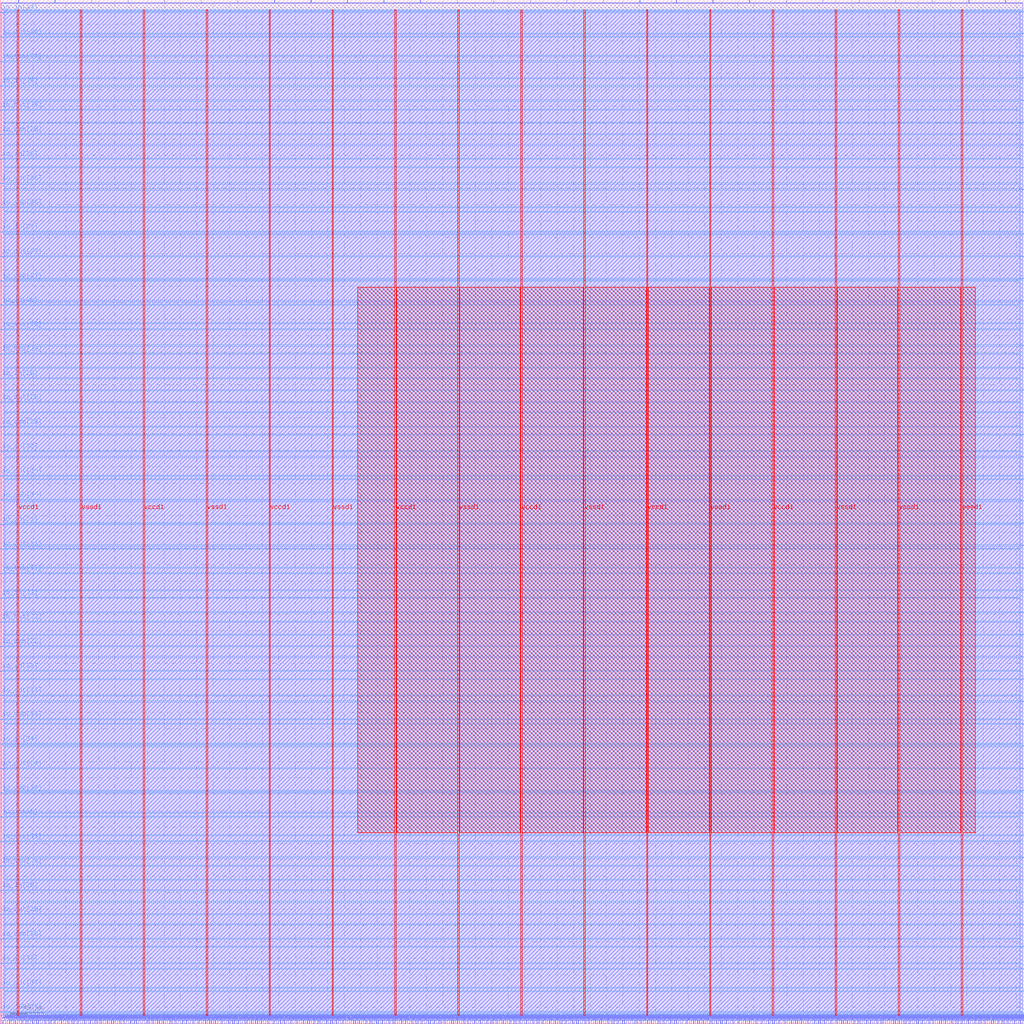
<source format=lef>
VERSION 5.7 ;
  NOWIREEXTENSIONATPIN ON ;
  DIVIDERCHAR "/" ;
  BUSBITCHARS "[]" ;
MACRO user_proj_example
  CLASS BLOCK ;
  FOREIGN user_proj_example ;
  ORIGIN 0.000 0.000 ;
  SIZE 1250.000 BY 1250.000 ;
  PIN io_in[0]
    DIRECTION INPUT ;
    USE SIGNAL ;
    PORT
      LAYER met3 ;
        RECT 1246.000 12.960 1250.000 13.560 ;
    END
  END io_in[0]
  PIN io_in[10]
    DIRECTION INPUT ;
    USE SIGNAL ;
    PORT
      LAYER met3 ;
        RECT 1246.000 827.600 1250.000 828.200 ;
    END
  END io_in[10]
  PIN io_in[11]
    DIRECTION INPUT ;
    USE SIGNAL ;
    PORT
      LAYER met3 ;
        RECT 1246.000 909.200 1250.000 909.800 ;
    END
  END io_in[11]
  PIN io_in[12]
    DIRECTION INPUT ;
    USE SIGNAL ;
    PORT
      LAYER met3 ;
        RECT 1246.000 990.800 1250.000 991.400 ;
    END
  END io_in[12]
  PIN io_in[13]
    DIRECTION INPUT ;
    USE SIGNAL ;
    PORT
      LAYER met3 ;
        RECT 1246.000 1072.400 1250.000 1073.000 ;
    END
  END io_in[13]
  PIN io_in[14]
    DIRECTION INPUT ;
    USE SIGNAL ;
    PORT
      LAYER met3 ;
        RECT 1246.000 1154.000 1250.000 1154.600 ;
    END
  END io_in[14]
  PIN io_in[15]
    DIRECTION INPUT ;
    USE SIGNAL ;
    PORT
      LAYER met2 ;
        RECT 1226.910 1246.000 1227.190 1250.000 ;
    END
  END io_in[15]
  PIN io_in[16]
    DIRECTION INPUT ;
    USE SIGNAL ;
    PORT
      LAYER met2 ;
        RECT 1093.050 1246.000 1093.330 1250.000 ;
    END
  END io_in[16]
  PIN io_in[17]
    DIRECTION INPUT ;
    USE SIGNAL ;
    PORT
      LAYER met2 ;
        RECT 959.190 1246.000 959.470 1250.000 ;
    END
  END io_in[17]
  PIN io_in[18]
    DIRECTION INPUT ;
    USE SIGNAL ;
    PORT
      LAYER met2 ;
        RECT 825.330 1246.000 825.610 1250.000 ;
    END
  END io_in[18]
  PIN io_in[19]
    DIRECTION INPUT ;
    USE SIGNAL ;
    PORT
      LAYER met2 ;
        RECT 691.470 1246.000 691.750 1250.000 ;
    END
  END io_in[19]
  PIN io_in[1]
    DIRECTION INPUT ;
    USE SIGNAL ;
    PORT
      LAYER met3 ;
        RECT 1246.000 93.880 1250.000 94.480 ;
    END
  END io_in[1]
  PIN io_in[20]
    DIRECTION INPUT ;
    USE SIGNAL ;
    PORT
      LAYER met2 ;
        RECT 557.610 1246.000 557.890 1250.000 ;
    END
  END io_in[20]
  PIN io_in[21]
    DIRECTION INPUT ;
    USE SIGNAL ;
    PORT
      LAYER met2 ;
        RECT 423.750 1246.000 424.030 1250.000 ;
    END
  END io_in[21]
  PIN io_in[22]
    DIRECTION INPUT ;
    USE SIGNAL ;
    PORT
      LAYER met2 ;
        RECT 289.890 1246.000 290.170 1250.000 ;
    END
  END io_in[22]
  PIN io_in[23]
    DIRECTION INPUT ;
    USE SIGNAL ;
    PORT
      LAYER met2 ;
        RECT 156.030 1246.000 156.310 1250.000 ;
    END
  END io_in[23]
  PIN io_in[24]
    DIRECTION INPUT ;
    USE SIGNAL ;
    PORT
      LAYER met3 ;
        RECT 0.000 1234.240 4.000 1234.840 ;
    END
  END io_in[24]
  PIN io_in[25]
    DIRECTION INPUT ;
    USE SIGNAL ;
    PORT
      LAYER met3 ;
        RECT 0.000 1144.480 4.000 1145.080 ;
    END
  END io_in[25]
  PIN io_in[26]
    DIRECTION INPUT ;
    USE SIGNAL ;
    PORT
      LAYER met3 ;
        RECT 0.000 1055.400 4.000 1056.000 ;
    END
  END io_in[26]
  PIN io_in[27]
    DIRECTION INPUT ;
    USE SIGNAL ;
    PORT
      LAYER met3 ;
        RECT 0.000 966.320 4.000 966.920 ;
    END
  END io_in[27]
  PIN io_in[28]
    DIRECTION INPUT ;
    USE SIGNAL ;
    PORT
      LAYER met3 ;
        RECT 0.000 877.240 4.000 877.840 ;
    END
  END io_in[28]
  PIN io_in[29]
    DIRECTION INPUT ;
    USE SIGNAL ;
    PORT
      LAYER met3 ;
        RECT 0.000 787.480 4.000 788.080 ;
    END
  END io_in[29]
  PIN io_in[2]
    DIRECTION INPUT ;
    USE SIGNAL ;
    PORT
      LAYER met3 ;
        RECT 1246.000 175.480 1250.000 176.080 ;
    END
  END io_in[2]
  PIN io_in[30]
    DIRECTION INPUT ;
    USE SIGNAL ;
    PORT
      LAYER met3 ;
        RECT 0.000 698.400 4.000 699.000 ;
    END
  END io_in[30]
  PIN io_in[31]
    DIRECTION INPUT ;
    USE SIGNAL ;
    PORT
      LAYER met3 ;
        RECT 0.000 609.320 4.000 609.920 ;
    END
  END io_in[31]
  PIN io_in[32]
    DIRECTION INPUT ;
    USE SIGNAL ;
    PORT
      LAYER met3 ;
        RECT 0.000 519.560 4.000 520.160 ;
    END
  END io_in[32]
  PIN io_in[33]
    DIRECTION INPUT ;
    USE SIGNAL ;
    PORT
      LAYER met3 ;
        RECT 0.000 430.480 4.000 431.080 ;
    END
  END io_in[33]
  PIN io_in[34]
    DIRECTION INPUT ;
    USE SIGNAL ;
    PORT
      LAYER met3 ;
        RECT 0.000 341.400 4.000 342.000 ;
    END
  END io_in[34]
  PIN io_in[35]
    DIRECTION INPUT ;
    USE SIGNAL ;
    PORT
      LAYER met3 ;
        RECT 0.000 252.320 4.000 252.920 ;
    END
  END io_in[35]
  PIN io_in[36]
    DIRECTION INPUT ;
    USE SIGNAL ;
    PORT
      LAYER met3 ;
        RECT 0.000 162.560 4.000 163.160 ;
    END
  END io_in[36]
  PIN io_in[37]
    DIRECTION INPUT ;
    USE SIGNAL ;
    PORT
      LAYER met3 ;
        RECT 0.000 73.480 4.000 74.080 ;
    END
  END io_in[37]
  PIN io_in[3]
    DIRECTION INPUT ;
    USE SIGNAL ;
    PORT
      LAYER met3 ;
        RECT 1246.000 257.080 1250.000 257.680 ;
    END
  END io_in[3]
  PIN io_in[4]
    DIRECTION INPUT ;
    USE SIGNAL ;
    PORT
      LAYER met3 ;
        RECT 1246.000 338.680 1250.000 339.280 ;
    END
  END io_in[4]
  PIN io_in[5]
    DIRECTION INPUT ;
    USE SIGNAL ;
    PORT
      LAYER met3 ;
        RECT 1246.000 420.280 1250.000 420.880 ;
    END
  END io_in[5]
  PIN io_in[6]
    DIRECTION INPUT ;
    USE SIGNAL ;
    PORT
      LAYER met3 ;
        RECT 1246.000 501.880 1250.000 502.480 ;
    END
  END io_in[6]
  PIN io_in[7]
    DIRECTION INPUT ;
    USE SIGNAL ;
    PORT
      LAYER met3 ;
        RECT 1246.000 583.480 1250.000 584.080 ;
    END
  END io_in[7]
  PIN io_in[8]
    DIRECTION INPUT ;
    USE SIGNAL ;
    PORT
      LAYER met3 ;
        RECT 1246.000 664.400 1250.000 665.000 ;
    END
  END io_in[8]
  PIN io_in[9]
    DIRECTION INPUT ;
    USE SIGNAL ;
    PORT
      LAYER met3 ;
        RECT 1246.000 746.000 1250.000 746.600 ;
    END
  END io_in[9]
  PIN io_oeb[0]
    DIRECTION OUTPUT TRISTATE ;
    USE SIGNAL ;
    PORT
      LAYER met3 ;
        RECT 1246.000 66.680 1250.000 67.280 ;
    END
  END io_oeb[0]
  PIN io_oeb[10]
    DIRECTION OUTPUT TRISTATE ;
    USE SIGNAL ;
    PORT
      LAYER met3 ;
        RECT 1246.000 882.000 1250.000 882.600 ;
    END
  END io_oeb[10]
  PIN io_oeb[11]
    DIRECTION OUTPUT TRISTATE ;
    USE SIGNAL ;
    PORT
      LAYER met3 ;
        RECT 1246.000 963.600 1250.000 964.200 ;
    END
  END io_oeb[11]
  PIN io_oeb[12]
    DIRECTION OUTPUT TRISTATE ;
    USE SIGNAL ;
    PORT
      LAYER met3 ;
        RECT 1246.000 1045.200 1250.000 1045.800 ;
    END
  END io_oeb[12]
  PIN io_oeb[13]
    DIRECTION OUTPUT TRISTATE ;
    USE SIGNAL ;
    PORT
      LAYER met3 ;
        RECT 1246.000 1126.800 1250.000 1127.400 ;
    END
  END io_oeb[13]
  PIN io_oeb[14]
    DIRECTION OUTPUT TRISTATE ;
    USE SIGNAL ;
    PORT
      LAYER met3 ;
        RECT 1246.000 1208.400 1250.000 1209.000 ;
    END
  END io_oeb[14]
  PIN io_oeb[15]
    DIRECTION OUTPUT TRISTATE ;
    USE SIGNAL ;
    PORT
      LAYER met2 ;
        RECT 1137.670 1246.000 1137.950 1250.000 ;
    END
  END io_oeb[15]
  PIN io_oeb[16]
    DIRECTION OUTPUT TRISTATE ;
    USE SIGNAL ;
    PORT
      LAYER met2 ;
        RECT 1003.810 1246.000 1004.090 1250.000 ;
    END
  END io_oeb[16]
  PIN io_oeb[17]
    DIRECTION OUTPUT TRISTATE ;
    USE SIGNAL ;
    PORT
      LAYER met2 ;
        RECT 869.950 1246.000 870.230 1250.000 ;
    END
  END io_oeb[17]
  PIN io_oeb[18]
    DIRECTION OUTPUT TRISTATE ;
    USE SIGNAL ;
    PORT
      LAYER met2 ;
        RECT 736.090 1246.000 736.370 1250.000 ;
    END
  END io_oeb[18]
  PIN io_oeb[19]
    DIRECTION OUTPUT TRISTATE ;
    USE SIGNAL ;
    PORT
      LAYER met2 ;
        RECT 602.230 1246.000 602.510 1250.000 ;
    END
  END io_oeb[19]
  PIN io_oeb[1]
    DIRECTION OUTPUT TRISTATE ;
    USE SIGNAL ;
    PORT
      LAYER met3 ;
        RECT 1246.000 148.280 1250.000 148.880 ;
    END
  END io_oeb[1]
  PIN io_oeb[20]
    DIRECTION OUTPUT TRISTATE ;
    USE SIGNAL ;
    PORT
      LAYER met2 ;
        RECT 468.370 1246.000 468.650 1250.000 ;
    END
  END io_oeb[20]
  PIN io_oeb[21]
    DIRECTION OUTPUT TRISTATE ;
    USE SIGNAL ;
    PORT
      LAYER met2 ;
        RECT 334.510 1246.000 334.790 1250.000 ;
    END
  END io_oeb[21]
  PIN io_oeb[22]
    DIRECTION OUTPUT TRISTATE ;
    USE SIGNAL ;
    PORT
      LAYER met2 ;
        RECT 200.650 1246.000 200.930 1250.000 ;
    END
  END io_oeb[22]
  PIN io_oeb[23]
    DIRECTION OUTPUT TRISTATE ;
    USE SIGNAL ;
    PORT
      LAYER met2 ;
        RECT 66.790 1246.000 67.070 1250.000 ;
    END
  END io_oeb[23]
  PIN io_oeb[24]
    DIRECTION OUTPUT TRISTATE ;
    USE SIGNAL ;
    PORT
      LAYER met3 ;
        RECT 0.000 1174.400 4.000 1175.000 ;
    END
  END io_oeb[24]
  PIN io_oeb[25]
    DIRECTION OUTPUT TRISTATE ;
    USE SIGNAL ;
    PORT
      LAYER met3 ;
        RECT 0.000 1085.320 4.000 1085.920 ;
    END
  END io_oeb[25]
  PIN io_oeb[26]
    DIRECTION OUTPUT TRISTATE ;
    USE SIGNAL ;
    PORT
      LAYER met3 ;
        RECT 0.000 996.240 4.000 996.840 ;
    END
  END io_oeb[26]
  PIN io_oeb[27]
    DIRECTION OUTPUT TRISTATE ;
    USE SIGNAL ;
    PORT
      LAYER met3 ;
        RECT 0.000 906.480 4.000 907.080 ;
    END
  END io_oeb[27]
  PIN io_oeb[28]
    DIRECTION OUTPUT TRISTATE ;
    USE SIGNAL ;
    PORT
      LAYER met3 ;
        RECT 0.000 817.400 4.000 818.000 ;
    END
  END io_oeb[28]
  PIN io_oeb[29]
    DIRECTION OUTPUT TRISTATE ;
    USE SIGNAL ;
    PORT
      LAYER met3 ;
        RECT 0.000 728.320 4.000 728.920 ;
    END
  END io_oeb[29]
  PIN io_oeb[2]
    DIRECTION OUTPUT TRISTATE ;
    USE SIGNAL ;
    PORT
      LAYER met3 ;
        RECT 1246.000 229.880 1250.000 230.480 ;
    END
  END io_oeb[2]
  PIN io_oeb[30]
    DIRECTION OUTPUT TRISTATE ;
    USE SIGNAL ;
    PORT
      LAYER met3 ;
        RECT 0.000 639.240 4.000 639.840 ;
    END
  END io_oeb[30]
  PIN io_oeb[31]
    DIRECTION OUTPUT TRISTATE ;
    USE SIGNAL ;
    PORT
      LAYER met3 ;
        RECT 0.000 549.480 4.000 550.080 ;
    END
  END io_oeb[31]
  PIN io_oeb[32]
    DIRECTION OUTPUT TRISTATE ;
    USE SIGNAL ;
    PORT
      LAYER met3 ;
        RECT 0.000 460.400 4.000 461.000 ;
    END
  END io_oeb[32]
  PIN io_oeb[33]
    DIRECTION OUTPUT TRISTATE ;
    USE SIGNAL ;
    PORT
      LAYER met3 ;
        RECT 0.000 371.320 4.000 371.920 ;
    END
  END io_oeb[33]
  PIN io_oeb[34]
    DIRECTION OUTPUT TRISTATE ;
    USE SIGNAL ;
    PORT
      LAYER met3 ;
        RECT 0.000 281.560 4.000 282.160 ;
    END
  END io_oeb[34]
  PIN io_oeb[35]
    DIRECTION OUTPUT TRISTATE ;
    USE SIGNAL ;
    PORT
      LAYER met3 ;
        RECT 0.000 192.480 4.000 193.080 ;
    END
  END io_oeb[35]
  PIN io_oeb[36]
    DIRECTION OUTPUT TRISTATE ;
    USE SIGNAL ;
    PORT
      LAYER met3 ;
        RECT 0.000 103.400 4.000 104.000 ;
    END
  END io_oeb[36]
  PIN io_oeb[37]
    DIRECTION OUTPUT TRISTATE ;
    USE SIGNAL ;
    PORT
      LAYER met3 ;
        RECT 0.000 14.320 4.000 14.920 ;
    END
  END io_oeb[37]
  PIN io_oeb[3]
    DIRECTION OUTPUT TRISTATE ;
    USE SIGNAL ;
    PORT
      LAYER met3 ;
        RECT 1246.000 311.480 1250.000 312.080 ;
    END
  END io_oeb[3]
  PIN io_oeb[4]
    DIRECTION OUTPUT TRISTATE ;
    USE SIGNAL ;
    PORT
      LAYER met3 ;
        RECT 1246.000 393.080 1250.000 393.680 ;
    END
  END io_oeb[4]
  PIN io_oeb[5]
    DIRECTION OUTPUT TRISTATE ;
    USE SIGNAL ;
    PORT
      LAYER met3 ;
        RECT 1246.000 474.680 1250.000 475.280 ;
    END
  END io_oeb[5]
  PIN io_oeb[6]
    DIRECTION OUTPUT TRISTATE ;
    USE SIGNAL ;
    PORT
      LAYER met3 ;
        RECT 1246.000 556.280 1250.000 556.880 ;
    END
  END io_oeb[6]
  PIN io_oeb[7]
    DIRECTION OUTPUT TRISTATE ;
    USE SIGNAL ;
    PORT
      LAYER met3 ;
        RECT 1246.000 637.880 1250.000 638.480 ;
    END
  END io_oeb[7]
  PIN io_oeb[8]
    DIRECTION OUTPUT TRISTATE ;
    USE SIGNAL ;
    PORT
      LAYER met3 ;
        RECT 1246.000 718.800 1250.000 719.400 ;
    END
  END io_oeb[8]
  PIN io_oeb[9]
    DIRECTION OUTPUT TRISTATE ;
    USE SIGNAL ;
    PORT
      LAYER met3 ;
        RECT 1246.000 800.400 1250.000 801.000 ;
    END
  END io_oeb[9]
  PIN io_out[0]
    DIRECTION OUTPUT TRISTATE ;
    USE SIGNAL ;
    PORT
      LAYER met3 ;
        RECT 1246.000 39.480 1250.000 40.080 ;
    END
  END io_out[0]
  PIN io_out[10]
    DIRECTION OUTPUT TRISTATE ;
    USE SIGNAL ;
    PORT
      LAYER met3 ;
        RECT 1246.000 854.800 1250.000 855.400 ;
    END
  END io_out[10]
  PIN io_out[11]
    DIRECTION OUTPUT TRISTATE ;
    USE SIGNAL ;
    PORT
      LAYER met3 ;
        RECT 1246.000 936.400 1250.000 937.000 ;
    END
  END io_out[11]
  PIN io_out[12]
    DIRECTION OUTPUT TRISTATE ;
    USE SIGNAL ;
    PORT
      LAYER met3 ;
        RECT 1246.000 1018.000 1250.000 1018.600 ;
    END
  END io_out[12]
  PIN io_out[13]
    DIRECTION OUTPUT TRISTATE ;
    USE SIGNAL ;
    PORT
      LAYER met3 ;
        RECT 1246.000 1099.600 1250.000 1100.200 ;
    END
  END io_out[13]
  PIN io_out[14]
    DIRECTION OUTPUT TRISTATE ;
    USE SIGNAL ;
    PORT
      LAYER met3 ;
        RECT 1246.000 1181.200 1250.000 1181.800 ;
    END
  END io_out[14]
  PIN io_out[15]
    DIRECTION OUTPUT TRISTATE ;
    USE SIGNAL ;
    PORT
      LAYER met2 ;
        RECT 1182.290 1246.000 1182.570 1250.000 ;
    END
  END io_out[15]
  PIN io_out[16]
    DIRECTION OUTPUT TRISTATE ;
    USE SIGNAL ;
    PORT
      LAYER met2 ;
        RECT 1048.430 1246.000 1048.710 1250.000 ;
    END
  END io_out[16]
  PIN io_out[17]
    DIRECTION OUTPUT TRISTATE ;
    USE SIGNAL ;
    PORT
      LAYER met2 ;
        RECT 914.570 1246.000 914.850 1250.000 ;
    END
  END io_out[17]
  PIN io_out[18]
    DIRECTION OUTPUT TRISTATE ;
    USE SIGNAL ;
    PORT
      LAYER met2 ;
        RECT 780.710 1246.000 780.990 1250.000 ;
    END
  END io_out[18]
  PIN io_out[19]
    DIRECTION OUTPUT TRISTATE ;
    USE SIGNAL ;
    PORT
      LAYER met2 ;
        RECT 646.850 1246.000 647.130 1250.000 ;
    END
  END io_out[19]
  PIN io_out[1]
    DIRECTION OUTPUT TRISTATE ;
    USE SIGNAL ;
    PORT
      LAYER met3 ;
        RECT 1246.000 121.080 1250.000 121.680 ;
    END
  END io_out[1]
  PIN io_out[20]
    DIRECTION OUTPUT TRISTATE ;
    USE SIGNAL ;
    PORT
      LAYER met2 ;
        RECT 512.990 1246.000 513.270 1250.000 ;
    END
  END io_out[20]
  PIN io_out[21]
    DIRECTION OUTPUT TRISTATE ;
    USE SIGNAL ;
    PORT
      LAYER met2 ;
        RECT 379.130 1246.000 379.410 1250.000 ;
    END
  END io_out[21]
  PIN io_out[22]
    DIRECTION OUTPUT TRISTATE ;
    USE SIGNAL ;
    PORT
      LAYER met2 ;
        RECT 245.270 1246.000 245.550 1250.000 ;
    END
  END io_out[22]
  PIN io_out[23]
    DIRECTION OUTPUT TRISTATE ;
    USE SIGNAL ;
    PORT
      LAYER met2 ;
        RECT 111.410 1246.000 111.690 1250.000 ;
    END
  END io_out[23]
  PIN io_out[24]
    DIRECTION OUTPUT TRISTATE ;
    USE SIGNAL ;
    PORT
      LAYER met3 ;
        RECT 0.000 1204.320 4.000 1204.920 ;
    END
  END io_out[24]
  PIN io_out[25]
    DIRECTION OUTPUT TRISTATE ;
    USE SIGNAL ;
    PORT
      LAYER met3 ;
        RECT 0.000 1115.240 4.000 1115.840 ;
    END
  END io_out[25]
  PIN io_out[26]
    DIRECTION OUTPUT TRISTATE ;
    USE SIGNAL ;
    PORT
      LAYER met3 ;
        RECT 0.000 1025.480 4.000 1026.080 ;
    END
  END io_out[26]
  PIN io_out[27]
    DIRECTION OUTPUT TRISTATE ;
    USE SIGNAL ;
    PORT
      LAYER met3 ;
        RECT 0.000 936.400 4.000 937.000 ;
    END
  END io_out[27]
  PIN io_out[28]
    DIRECTION OUTPUT TRISTATE ;
    USE SIGNAL ;
    PORT
      LAYER met3 ;
        RECT 0.000 847.320 4.000 847.920 ;
    END
  END io_out[28]
  PIN io_out[29]
    DIRECTION OUTPUT TRISTATE ;
    USE SIGNAL ;
    PORT
      LAYER met3 ;
        RECT 0.000 758.240 4.000 758.840 ;
    END
  END io_out[29]
  PIN io_out[2]
    DIRECTION OUTPUT TRISTATE ;
    USE SIGNAL ;
    PORT
      LAYER met3 ;
        RECT 1246.000 202.680 1250.000 203.280 ;
    END
  END io_out[2]
  PIN io_out[30]
    DIRECTION OUTPUT TRISTATE ;
    USE SIGNAL ;
    PORT
      LAYER met3 ;
        RECT 0.000 668.480 4.000 669.080 ;
    END
  END io_out[30]
  PIN io_out[31]
    DIRECTION OUTPUT TRISTATE ;
    USE SIGNAL ;
    PORT
      LAYER met3 ;
        RECT 0.000 579.400 4.000 580.000 ;
    END
  END io_out[31]
  PIN io_out[32]
    DIRECTION OUTPUT TRISTATE ;
    USE SIGNAL ;
    PORT
      LAYER met3 ;
        RECT 0.000 490.320 4.000 490.920 ;
    END
  END io_out[32]
  PIN io_out[33]
    DIRECTION OUTPUT TRISTATE ;
    USE SIGNAL ;
    PORT
      LAYER met3 ;
        RECT 0.000 400.560 4.000 401.160 ;
    END
  END io_out[33]
  PIN io_out[34]
    DIRECTION OUTPUT TRISTATE ;
    USE SIGNAL ;
    PORT
      LAYER met3 ;
        RECT 0.000 311.480 4.000 312.080 ;
    END
  END io_out[34]
  PIN io_out[35]
    DIRECTION OUTPUT TRISTATE ;
    USE SIGNAL ;
    PORT
      LAYER met3 ;
        RECT 0.000 222.400 4.000 223.000 ;
    END
  END io_out[35]
  PIN io_out[36]
    DIRECTION OUTPUT TRISTATE ;
    USE SIGNAL ;
    PORT
      LAYER met3 ;
        RECT 0.000 133.320 4.000 133.920 ;
    END
  END io_out[36]
  PIN io_out[37]
    DIRECTION OUTPUT TRISTATE ;
    USE SIGNAL ;
    PORT
      LAYER met3 ;
        RECT 0.000 43.560 4.000 44.160 ;
    END
  END io_out[37]
  PIN io_out[3]
    DIRECTION OUTPUT TRISTATE ;
    USE SIGNAL ;
    PORT
      LAYER met3 ;
        RECT 1246.000 284.280 1250.000 284.880 ;
    END
  END io_out[3]
  PIN io_out[4]
    DIRECTION OUTPUT TRISTATE ;
    USE SIGNAL ;
    PORT
      LAYER met3 ;
        RECT 1246.000 365.880 1250.000 366.480 ;
    END
  END io_out[4]
  PIN io_out[5]
    DIRECTION OUTPUT TRISTATE ;
    USE SIGNAL ;
    PORT
      LAYER met3 ;
        RECT 1246.000 447.480 1250.000 448.080 ;
    END
  END io_out[5]
  PIN io_out[6]
    DIRECTION OUTPUT TRISTATE ;
    USE SIGNAL ;
    PORT
      LAYER met3 ;
        RECT 1246.000 529.080 1250.000 529.680 ;
    END
  END io_out[6]
  PIN io_out[7]
    DIRECTION OUTPUT TRISTATE ;
    USE SIGNAL ;
    PORT
      LAYER met3 ;
        RECT 1246.000 610.680 1250.000 611.280 ;
    END
  END io_out[7]
  PIN io_out[8]
    DIRECTION OUTPUT TRISTATE ;
    USE SIGNAL ;
    PORT
      LAYER met3 ;
        RECT 1246.000 691.600 1250.000 692.200 ;
    END
  END io_out[8]
  PIN io_out[9]
    DIRECTION OUTPUT TRISTATE ;
    USE SIGNAL ;
    PORT
      LAYER met3 ;
        RECT 1246.000 773.200 1250.000 773.800 ;
    END
  END io_out[9]
  PIN irq[0]
    DIRECTION OUTPUT TRISTATE ;
    USE SIGNAL ;
    PORT
      LAYER met2 ;
        RECT 1248.070 0.000 1248.350 4.000 ;
    END
  END irq[0]
  PIN irq[1]
    DIRECTION OUTPUT TRISTATE ;
    USE SIGNAL ;
    PORT
      LAYER met3 ;
        RECT 1246.000 1235.600 1250.000 1236.200 ;
    END
  END irq[1]
  PIN irq[2]
    DIRECTION OUTPUT TRISTATE ;
    USE SIGNAL ;
    PORT
      LAYER met2 ;
        RECT 22.170 1246.000 22.450 1250.000 ;
    END
  END irq[2]
  PIN la_data_in[0]
    DIRECTION INPUT ;
    USE SIGNAL ;
    PORT
      LAYER met2 ;
        RECT 270.570 0.000 270.850 4.000 ;
    END
  END la_data_in[0]
  PIN la_data_in[100]
    DIRECTION INPUT ;
    USE SIGNAL ;
    PORT
      LAYER met2 ;
        RECT 1034.170 0.000 1034.450 4.000 ;
    END
  END la_data_in[100]
  PIN la_data_in[101]
    DIRECTION INPUT ;
    USE SIGNAL ;
    PORT
      LAYER met2 ;
        RECT 1041.990 0.000 1042.270 4.000 ;
    END
  END la_data_in[101]
  PIN la_data_in[102]
    DIRECTION INPUT ;
    USE SIGNAL ;
    PORT
      LAYER met2 ;
        RECT 1049.350 0.000 1049.630 4.000 ;
    END
  END la_data_in[102]
  PIN la_data_in[103]
    DIRECTION INPUT ;
    USE SIGNAL ;
    PORT
      LAYER met2 ;
        RECT 1057.170 0.000 1057.450 4.000 ;
    END
  END la_data_in[103]
  PIN la_data_in[104]
    DIRECTION INPUT ;
    USE SIGNAL ;
    PORT
      LAYER met2 ;
        RECT 1064.990 0.000 1065.270 4.000 ;
    END
  END la_data_in[104]
  PIN la_data_in[105]
    DIRECTION INPUT ;
    USE SIGNAL ;
    PORT
      LAYER met2 ;
        RECT 1072.350 0.000 1072.630 4.000 ;
    END
  END la_data_in[105]
  PIN la_data_in[106]
    DIRECTION INPUT ;
    USE SIGNAL ;
    PORT
      LAYER met2 ;
        RECT 1080.170 0.000 1080.450 4.000 ;
    END
  END la_data_in[106]
  PIN la_data_in[107]
    DIRECTION INPUT ;
    USE SIGNAL ;
    PORT
      LAYER met2 ;
        RECT 1087.530 0.000 1087.810 4.000 ;
    END
  END la_data_in[107]
  PIN la_data_in[108]
    DIRECTION INPUT ;
    USE SIGNAL ;
    PORT
      LAYER met2 ;
        RECT 1095.350 0.000 1095.630 4.000 ;
    END
  END la_data_in[108]
  PIN la_data_in[109]
    DIRECTION INPUT ;
    USE SIGNAL ;
    PORT
      LAYER met2 ;
        RECT 1103.170 0.000 1103.450 4.000 ;
    END
  END la_data_in[109]
  PIN la_data_in[10]
    DIRECTION INPUT ;
    USE SIGNAL ;
    PORT
      LAYER met2 ;
        RECT 346.930 0.000 347.210 4.000 ;
    END
  END la_data_in[10]
  PIN la_data_in[110]
    DIRECTION INPUT ;
    USE SIGNAL ;
    PORT
      LAYER met2 ;
        RECT 1110.530 0.000 1110.810 4.000 ;
    END
  END la_data_in[110]
  PIN la_data_in[111]
    DIRECTION INPUT ;
    USE SIGNAL ;
    PORT
      LAYER met2 ;
        RECT 1118.350 0.000 1118.630 4.000 ;
    END
  END la_data_in[111]
  PIN la_data_in[112]
    DIRECTION INPUT ;
    USE SIGNAL ;
    PORT
      LAYER met2 ;
        RECT 1125.710 0.000 1125.990 4.000 ;
    END
  END la_data_in[112]
  PIN la_data_in[113]
    DIRECTION INPUT ;
    USE SIGNAL ;
    PORT
      LAYER met2 ;
        RECT 1133.530 0.000 1133.810 4.000 ;
    END
  END la_data_in[113]
  PIN la_data_in[114]
    DIRECTION INPUT ;
    USE SIGNAL ;
    PORT
      LAYER met2 ;
        RECT 1141.350 0.000 1141.630 4.000 ;
    END
  END la_data_in[114]
  PIN la_data_in[115]
    DIRECTION INPUT ;
    USE SIGNAL ;
    PORT
      LAYER met2 ;
        RECT 1148.710 0.000 1148.990 4.000 ;
    END
  END la_data_in[115]
  PIN la_data_in[116]
    DIRECTION INPUT ;
    USE SIGNAL ;
    PORT
      LAYER met2 ;
        RECT 1156.530 0.000 1156.810 4.000 ;
    END
  END la_data_in[116]
  PIN la_data_in[117]
    DIRECTION INPUT ;
    USE SIGNAL ;
    PORT
      LAYER met2 ;
        RECT 1163.890 0.000 1164.170 4.000 ;
    END
  END la_data_in[117]
  PIN la_data_in[118]
    DIRECTION INPUT ;
    USE SIGNAL ;
    PORT
      LAYER met2 ;
        RECT 1171.710 0.000 1171.990 4.000 ;
    END
  END la_data_in[118]
  PIN la_data_in[119]
    DIRECTION INPUT ;
    USE SIGNAL ;
    PORT
      LAYER met2 ;
        RECT 1179.530 0.000 1179.810 4.000 ;
    END
  END la_data_in[119]
  PIN la_data_in[11]
    DIRECTION INPUT ;
    USE SIGNAL ;
    PORT
      LAYER met2 ;
        RECT 354.750 0.000 355.030 4.000 ;
    END
  END la_data_in[11]
  PIN la_data_in[120]
    DIRECTION INPUT ;
    USE SIGNAL ;
    PORT
      LAYER met2 ;
        RECT 1186.890 0.000 1187.170 4.000 ;
    END
  END la_data_in[120]
  PIN la_data_in[121]
    DIRECTION INPUT ;
    USE SIGNAL ;
    PORT
      LAYER met2 ;
        RECT 1194.710 0.000 1194.990 4.000 ;
    END
  END la_data_in[121]
  PIN la_data_in[122]
    DIRECTION INPUT ;
    USE SIGNAL ;
    PORT
      LAYER met2 ;
        RECT 1202.070 0.000 1202.350 4.000 ;
    END
  END la_data_in[122]
  PIN la_data_in[123]
    DIRECTION INPUT ;
    USE SIGNAL ;
    PORT
      LAYER met2 ;
        RECT 1209.890 0.000 1210.170 4.000 ;
    END
  END la_data_in[123]
  PIN la_data_in[124]
    DIRECTION INPUT ;
    USE SIGNAL ;
    PORT
      LAYER met2 ;
        RECT 1217.710 0.000 1217.990 4.000 ;
    END
  END la_data_in[124]
  PIN la_data_in[125]
    DIRECTION INPUT ;
    USE SIGNAL ;
    PORT
      LAYER met2 ;
        RECT 1225.070 0.000 1225.350 4.000 ;
    END
  END la_data_in[125]
  PIN la_data_in[126]
    DIRECTION INPUT ;
    USE SIGNAL ;
    PORT
      LAYER met2 ;
        RECT 1232.890 0.000 1233.170 4.000 ;
    END
  END la_data_in[126]
  PIN la_data_in[127]
    DIRECTION INPUT ;
    USE SIGNAL ;
    PORT
      LAYER met2 ;
        RECT 1240.250 0.000 1240.530 4.000 ;
    END
  END la_data_in[127]
  PIN la_data_in[12]
    DIRECTION INPUT ;
    USE SIGNAL ;
    PORT
      LAYER met2 ;
        RECT 362.110 0.000 362.390 4.000 ;
    END
  END la_data_in[12]
  PIN la_data_in[13]
    DIRECTION INPUT ;
    USE SIGNAL ;
    PORT
      LAYER met2 ;
        RECT 369.930 0.000 370.210 4.000 ;
    END
  END la_data_in[13]
  PIN la_data_in[14]
    DIRECTION INPUT ;
    USE SIGNAL ;
    PORT
      LAYER met2 ;
        RECT 377.290 0.000 377.570 4.000 ;
    END
  END la_data_in[14]
  PIN la_data_in[15]
    DIRECTION INPUT ;
    USE SIGNAL ;
    PORT
      LAYER met2 ;
        RECT 385.110 0.000 385.390 4.000 ;
    END
  END la_data_in[15]
  PIN la_data_in[16]
    DIRECTION INPUT ;
    USE SIGNAL ;
    PORT
      LAYER met2 ;
        RECT 392.930 0.000 393.210 4.000 ;
    END
  END la_data_in[16]
  PIN la_data_in[17]
    DIRECTION INPUT ;
    USE SIGNAL ;
    PORT
      LAYER met2 ;
        RECT 400.290 0.000 400.570 4.000 ;
    END
  END la_data_in[17]
  PIN la_data_in[18]
    DIRECTION INPUT ;
    USE SIGNAL ;
    PORT
      LAYER met2 ;
        RECT 408.110 0.000 408.390 4.000 ;
    END
  END la_data_in[18]
  PIN la_data_in[19]
    DIRECTION INPUT ;
    USE SIGNAL ;
    PORT
      LAYER met2 ;
        RECT 415.470 0.000 415.750 4.000 ;
    END
  END la_data_in[19]
  PIN la_data_in[1]
    DIRECTION INPUT ;
    USE SIGNAL ;
    PORT
      LAYER met2 ;
        RECT 278.390 0.000 278.670 4.000 ;
    END
  END la_data_in[1]
  PIN la_data_in[20]
    DIRECTION INPUT ;
    USE SIGNAL ;
    PORT
      LAYER met2 ;
        RECT 423.290 0.000 423.570 4.000 ;
    END
  END la_data_in[20]
  PIN la_data_in[21]
    DIRECTION INPUT ;
    USE SIGNAL ;
    PORT
      LAYER met2 ;
        RECT 431.110 0.000 431.390 4.000 ;
    END
  END la_data_in[21]
  PIN la_data_in[22]
    DIRECTION INPUT ;
    USE SIGNAL ;
    PORT
      LAYER met2 ;
        RECT 438.470 0.000 438.750 4.000 ;
    END
  END la_data_in[22]
  PIN la_data_in[23]
    DIRECTION INPUT ;
    USE SIGNAL ;
    PORT
      LAYER met2 ;
        RECT 446.290 0.000 446.570 4.000 ;
    END
  END la_data_in[23]
  PIN la_data_in[24]
    DIRECTION INPUT ;
    USE SIGNAL ;
    PORT
      LAYER met2 ;
        RECT 453.650 0.000 453.930 4.000 ;
    END
  END la_data_in[24]
  PIN la_data_in[25]
    DIRECTION INPUT ;
    USE SIGNAL ;
    PORT
      LAYER met2 ;
        RECT 461.470 0.000 461.750 4.000 ;
    END
  END la_data_in[25]
  PIN la_data_in[26]
    DIRECTION INPUT ;
    USE SIGNAL ;
    PORT
      LAYER met2 ;
        RECT 469.290 0.000 469.570 4.000 ;
    END
  END la_data_in[26]
  PIN la_data_in[27]
    DIRECTION INPUT ;
    USE SIGNAL ;
    PORT
      LAYER met2 ;
        RECT 476.650 0.000 476.930 4.000 ;
    END
  END la_data_in[27]
  PIN la_data_in[28]
    DIRECTION INPUT ;
    USE SIGNAL ;
    PORT
      LAYER met2 ;
        RECT 484.470 0.000 484.750 4.000 ;
    END
  END la_data_in[28]
  PIN la_data_in[29]
    DIRECTION INPUT ;
    USE SIGNAL ;
    PORT
      LAYER met2 ;
        RECT 491.830 0.000 492.110 4.000 ;
    END
  END la_data_in[29]
  PIN la_data_in[2]
    DIRECTION INPUT ;
    USE SIGNAL ;
    PORT
      LAYER met2 ;
        RECT 285.750 0.000 286.030 4.000 ;
    END
  END la_data_in[2]
  PIN la_data_in[30]
    DIRECTION INPUT ;
    USE SIGNAL ;
    PORT
      LAYER met2 ;
        RECT 499.650 0.000 499.930 4.000 ;
    END
  END la_data_in[30]
  PIN la_data_in[31]
    DIRECTION INPUT ;
    USE SIGNAL ;
    PORT
      LAYER met2 ;
        RECT 507.470 0.000 507.750 4.000 ;
    END
  END la_data_in[31]
  PIN la_data_in[32]
    DIRECTION INPUT ;
    USE SIGNAL ;
    PORT
      LAYER met2 ;
        RECT 514.830 0.000 515.110 4.000 ;
    END
  END la_data_in[32]
  PIN la_data_in[33]
    DIRECTION INPUT ;
    USE SIGNAL ;
    PORT
      LAYER met2 ;
        RECT 522.650 0.000 522.930 4.000 ;
    END
  END la_data_in[33]
  PIN la_data_in[34]
    DIRECTION INPUT ;
    USE SIGNAL ;
    PORT
      LAYER met2 ;
        RECT 530.010 0.000 530.290 4.000 ;
    END
  END la_data_in[34]
  PIN la_data_in[35]
    DIRECTION INPUT ;
    USE SIGNAL ;
    PORT
      LAYER met2 ;
        RECT 537.830 0.000 538.110 4.000 ;
    END
  END la_data_in[35]
  PIN la_data_in[36]
    DIRECTION INPUT ;
    USE SIGNAL ;
    PORT
      LAYER met2 ;
        RECT 545.650 0.000 545.930 4.000 ;
    END
  END la_data_in[36]
  PIN la_data_in[37]
    DIRECTION INPUT ;
    USE SIGNAL ;
    PORT
      LAYER met2 ;
        RECT 553.010 0.000 553.290 4.000 ;
    END
  END la_data_in[37]
  PIN la_data_in[38]
    DIRECTION INPUT ;
    USE SIGNAL ;
    PORT
      LAYER met2 ;
        RECT 560.830 0.000 561.110 4.000 ;
    END
  END la_data_in[38]
  PIN la_data_in[39]
    DIRECTION INPUT ;
    USE SIGNAL ;
    PORT
      LAYER met2 ;
        RECT 568.190 0.000 568.470 4.000 ;
    END
  END la_data_in[39]
  PIN la_data_in[3]
    DIRECTION INPUT ;
    USE SIGNAL ;
    PORT
      LAYER met2 ;
        RECT 293.570 0.000 293.850 4.000 ;
    END
  END la_data_in[3]
  PIN la_data_in[40]
    DIRECTION INPUT ;
    USE SIGNAL ;
    PORT
      LAYER met2 ;
        RECT 576.010 0.000 576.290 4.000 ;
    END
  END la_data_in[40]
  PIN la_data_in[41]
    DIRECTION INPUT ;
    USE SIGNAL ;
    PORT
      LAYER met2 ;
        RECT 583.830 0.000 584.110 4.000 ;
    END
  END la_data_in[41]
  PIN la_data_in[42]
    DIRECTION INPUT ;
    USE SIGNAL ;
    PORT
      LAYER met2 ;
        RECT 591.190 0.000 591.470 4.000 ;
    END
  END la_data_in[42]
  PIN la_data_in[43]
    DIRECTION INPUT ;
    USE SIGNAL ;
    PORT
      LAYER met2 ;
        RECT 599.010 0.000 599.290 4.000 ;
    END
  END la_data_in[43]
  PIN la_data_in[44]
    DIRECTION INPUT ;
    USE SIGNAL ;
    PORT
      LAYER met2 ;
        RECT 606.370 0.000 606.650 4.000 ;
    END
  END la_data_in[44]
  PIN la_data_in[45]
    DIRECTION INPUT ;
    USE SIGNAL ;
    PORT
      LAYER met2 ;
        RECT 614.190 0.000 614.470 4.000 ;
    END
  END la_data_in[45]
  PIN la_data_in[46]
    DIRECTION INPUT ;
    USE SIGNAL ;
    PORT
      LAYER met2 ;
        RECT 622.010 0.000 622.290 4.000 ;
    END
  END la_data_in[46]
  PIN la_data_in[47]
    DIRECTION INPUT ;
    USE SIGNAL ;
    PORT
      LAYER met2 ;
        RECT 629.370 0.000 629.650 4.000 ;
    END
  END la_data_in[47]
  PIN la_data_in[48]
    DIRECTION INPUT ;
    USE SIGNAL ;
    PORT
      LAYER met2 ;
        RECT 637.190 0.000 637.470 4.000 ;
    END
  END la_data_in[48]
  PIN la_data_in[49]
    DIRECTION INPUT ;
    USE SIGNAL ;
    PORT
      LAYER met2 ;
        RECT 645.010 0.000 645.290 4.000 ;
    END
  END la_data_in[49]
  PIN la_data_in[4]
    DIRECTION INPUT ;
    USE SIGNAL ;
    PORT
      LAYER met2 ;
        RECT 300.930 0.000 301.210 4.000 ;
    END
  END la_data_in[4]
  PIN la_data_in[50]
    DIRECTION INPUT ;
    USE SIGNAL ;
    PORT
      LAYER met2 ;
        RECT 652.370 0.000 652.650 4.000 ;
    END
  END la_data_in[50]
  PIN la_data_in[51]
    DIRECTION INPUT ;
    USE SIGNAL ;
    PORT
      LAYER met2 ;
        RECT 660.190 0.000 660.470 4.000 ;
    END
  END la_data_in[51]
  PIN la_data_in[52]
    DIRECTION INPUT ;
    USE SIGNAL ;
    PORT
      LAYER met2 ;
        RECT 667.550 0.000 667.830 4.000 ;
    END
  END la_data_in[52]
  PIN la_data_in[53]
    DIRECTION INPUT ;
    USE SIGNAL ;
    PORT
      LAYER met2 ;
        RECT 675.370 0.000 675.650 4.000 ;
    END
  END la_data_in[53]
  PIN la_data_in[54]
    DIRECTION INPUT ;
    USE SIGNAL ;
    PORT
      LAYER met2 ;
        RECT 683.190 0.000 683.470 4.000 ;
    END
  END la_data_in[54]
  PIN la_data_in[55]
    DIRECTION INPUT ;
    USE SIGNAL ;
    PORT
      LAYER met2 ;
        RECT 690.550 0.000 690.830 4.000 ;
    END
  END la_data_in[55]
  PIN la_data_in[56]
    DIRECTION INPUT ;
    USE SIGNAL ;
    PORT
      LAYER met2 ;
        RECT 698.370 0.000 698.650 4.000 ;
    END
  END la_data_in[56]
  PIN la_data_in[57]
    DIRECTION INPUT ;
    USE SIGNAL ;
    PORT
      LAYER met2 ;
        RECT 705.730 0.000 706.010 4.000 ;
    END
  END la_data_in[57]
  PIN la_data_in[58]
    DIRECTION INPUT ;
    USE SIGNAL ;
    PORT
      LAYER met2 ;
        RECT 713.550 0.000 713.830 4.000 ;
    END
  END la_data_in[58]
  PIN la_data_in[59]
    DIRECTION INPUT ;
    USE SIGNAL ;
    PORT
      LAYER met2 ;
        RECT 721.370 0.000 721.650 4.000 ;
    END
  END la_data_in[59]
  PIN la_data_in[5]
    DIRECTION INPUT ;
    USE SIGNAL ;
    PORT
      LAYER met2 ;
        RECT 308.750 0.000 309.030 4.000 ;
    END
  END la_data_in[5]
  PIN la_data_in[60]
    DIRECTION INPUT ;
    USE SIGNAL ;
    PORT
      LAYER met2 ;
        RECT 728.730 0.000 729.010 4.000 ;
    END
  END la_data_in[60]
  PIN la_data_in[61]
    DIRECTION INPUT ;
    USE SIGNAL ;
    PORT
      LAYER met2 ;
        RECT 736.550 0.000 736.830 4.000 ;
    END
  END la_data_in[61]
  PIN la_data_in[62]
    DIRECTION INPUT ;
    USE SIGNAL ;
    PORT
      LAYER met2 ;
        RECT 743.910 0.000 744.190 4.000 ;
    END
  END la_data_in[62]
  PIN la_data_in[63]
    DIRECTION INPUT ;
    USE SIGNAL ;
    PORT
      LAYER met2 ;
        RECT 751.730 0.000 752.010 4.000 ;
    END
  END la_data_in[63]
  PIN la_data_in[64]
    DIRECTION INPUT ;
    USE SIGNAL ;
    PORT
      LAYER met2 ;
        RECT 759.550 0.000 759.830 4.000 ;
    END
  END la_data_in[64]
  PIN la_data_in[65]
    DIRECTION INPUT ;
    USE SIGNAL ;
    PORT
      LAYER met2 ;
        RECT 766.910 0.000 767.190 4.000 ;
    END
  END la_data_in[65]
  PIN la_data_in[66]
    DIRECTION INPUT ;
    USE SIGNAL ;
    PORT
      LAYER met2 ;
        RECT 774.730 0.000 775.010 4.000 ;
    END
  END la_data_in[66]
  PIN la_data_in[67]
    DIRECTION INPUT ;
    USE SIGNAL ;
    PORT
      LAYER met2 ;
        RECT 782.090 0.000 782.370 4.000 ;
    END
  END la_data_in[67]
  PIN la_data_in[68]
    DIRECTION INPUT ;
    USE SIGNAL ;
    PORT
      LAYER met2 ;
        RECT 789.910 0.000 790.190 4.000 ;
    END
  END la_data_in[68]
  PIN la_data_in[69]
    DIRECTION INPUT ;
    USE SIGNAL ;
    PORT
      LAYER met2 ;
        RECT 797.730 0.000 798.010 4.000 ;
    END
  END la_data_in[69]
  PIN la_data_in[6]
    DIRECTION INPUT ;
    USE SIGNAL ;
    PORT
      LAYER met2 ;
        RECT 316.570 0.000 316.850 4.000 ;
    END
  END la_data_in[6]
  PIN la_data_in[70]
    DIRECTION INPUT ;
    USE SIGNAL ;
    PORT
      LAYER met2 ;
        RECT 805.090 0.000 805.370 4.000 ;
    END
  END la_data_in[70]
  PIN la_data_in[71]
    DIRECTION INPUT ;
    USE SIGNAL ;
    PORT
      LAYER met2 ;
        RECT 812.910 0.000 813.190 4.000 ;
    END
  END la_data_in[71]
  PIN la_data_in[72]
    DIRECTION INPUT ;
    USE SIGNAL ;
    PORT
      LAYER met2 ;
        RECT 820.270 0.000 820.550 4.000 ;
    END
  END la_data_in[72]
  PIN la_data_in[73]
    DIRECTION INPUT ;
    USE SIGNAL ;
    PORT
      LAYER met2 ;
        RECT 828.090 0.000 828.370 4.000 ;
    END
  END la_data_in[73]
  PIN la_data_in[74]
    DIRECTION INPUT ;
    USE SIGNAL ;
    PORT
      LAYER met2 ;
        RECT 835.910 0.000 836.190 4.000 ;
    END
  END la_data_in[74]
  PIN la_data_in[75]
    DIRECTION INPUT ;
    USE SIGNAL ;
    PORT
      LAYER met2 ;
        RECT 843.270 0.000 843.550 4.000 ;
    END
  END la_data_in[75]
  PIN la_data_in[76]
    DIRECTION INPUT ;
    USE SIGNAL ;
    PORT
      LAYER met2 ;
        RECT 851.090 0.000 851.370 4.000 ;
    END
  END la_data_in[76]
  PIN la_data_in[77]
    DIRECTION INPUT ;
    USE SIGNAL ;
    PORT
      LAYER met2 ;
        RECT 858.450 0.000 858.730 4.000 ;
    END
  END la_data_in[77]
  PIN la_data_in[78]
    DIRECTION INPUT ;
    USE SIGNAL ;
    PORT
      LAYER met2 ;
        RECT 866.270 0.000 866.550 4.000 ;
    END
  END la_data_in[78]
  PIN la_data_in[79]
    DIRECTION INPUT ;
    USE SIGNAL ;
    PORT
      LAYER met2 ;
        RECT 874.090 0.000 874.370 4.000 ;
    END
  END la_data_in[79]
  PIN la_data_in[7]
    DIRECTION INPUT ;
    USE SIGNAL ;
    PORT
      LAYER met2 ;
        RECT 323.930 0.000 324.210 4.000 ;
    END
  END la_data_in[7]
  PIN la_data_in[80]
    DIRECTION INPUT ;
    USE SIGNAL ;
    PORT
      LAYER met2 ;
        RECT 881.450 0.000 881.730 4.000 ;
    END
  END la_data_in[80]
  PIN la_data_in[81]
    DIRECTION INPUT ;
    USE SIGNAL ;
    PORT
      LAYER met2 ;
        RECT 889.270 0.000 889.550 4.000 ;
    END
  END la_data_in[81]
  PIN la_data_in[82]
    DIRECTION INPUT ;
    USE SIGNAL ;
    PORT
      LAYER met2 ;
        RECT 896.630 0.000 896.910 4.000 ;
    END
  END la_data_in[82]
  PIN la_data_in[83]
    DIRECTION INPUT ;
    USE SIGNAL ;
    PORT
      LAYER met2 ;
        RECT 904.450 0.000 904.730 4.000 ;
    END
  END la_data_in[83]
  PIN la_data_in[84]
    DIRECTION INPUT ;
    USE SIGNAL ;
    PORT
      LAYER met2 ;
        RECT 912.270 0.000 912.550 4.000 ;
    END
  END la_data_in[84]
  PIN la_data_in[85]
    DIRECTION INPUT ;
    USE SIGNAL ;
    PORT
      LAYER met2 ;
        RECT 919.630 0.000 919.910 4.000 ;
    END
  END la_data_in[85]
  PIN la_data_in[86]
    DIRECTION INPUT ;
    USE SIGNAL ;
    PORT
      LAYER met2 ;
        RECT 927.450 0.000 927.730 4.000 ;
    END
  END la_data_in[86]
  PIN la_data_in[87]
    DIRECTION INPUT ;
    USE SIGNAL ;
    PORT
      LAYER met2 ;
        RECT 934.810 0.000 935.090 4.000 ;
    END
  END la_data_in[87]
  PIN la_data_in[88]
    DIRECTION INPUT ;
    USE SIGNAL ;
    PORT
      LAYER met2 ;
        RECT 942.630 0.000 942.910 4.000 ;
    END
  END la_data_in[88]
  PIN la_data_in[89]
    DIRECTION INPUT ;
    USE SIGNAL ;
    PORT
      LAYER met2 ;
        RECT 950.450 0.000 950.730 4.000 ;
    END
  END la_data_in[89]
  PIN la_data_in[8]
    DIRECTION INPUT ;
    USE SIGNAL ;
    PORT
      LAYER met2 ;
        RECT 331.750 0.000 332.030 4.000 ;
    END
  END la_data_in[8]
  PIN la_data_in[90]
    DIRECTION INPUT ;
    USE SIGNAL ;
    PORT
      LAYER met2 ;
        RECT 957.810 0.000 958.090 4.000 ;
    END
  END la_data_in[90]
  PIN la_data_in[91]
    DIRECTION INPUT ;
    USE SIGNAL ;
    PORT
      LAYER met2 ;
        RECT 965.630 0.000 965.910 4.000 ;
    END
  END la_data_in[91]
  PIN la_data_in[92]
    DIRECTION INPUT ;
    USE SIGNAL ;
    PORT
      LAYER met2 ;
        RECT 972.990 0.000 973.270 4.000 ;
    END
  END la_data_in[92]
  PIN la_data_in[93]
    DIRECTION INPUT ;
    USE SIGNAL ;
    PORT
      LAYER met2 ;
        RECT 980.810 0.000 981.090 4.000 ;
    END
  END la_data_in[93]
  PIN la_data_in[94]
    DIRECTION INPUT ;
    USE SIGNAL ;
    PORT
      LAYER met2 ;
        RECT 988.630 0.000 988.910 4.000 ;
    END
  END la_data_in[94]
  PIN la_data_in[95]
    DIRECTION INPUT ;
    USE SIGNAL ;
    PORT
      LAYER met2 ;
        RECT 995.990 0.000 996.270 4.000 ;
    END
  END la_data_in[95]
  PIN la_data_in[96]
    DIRECTION INPUT ;
    USE SIGNAL ;
    PORT
      LAYER met2 ;
        RECT 1003.810 0.000 1004.090 4.000 ;
    END
  END la_data_in[96]
  PIN la_data_in[97]
    DIRECTION INPUT ;
    USE SIGNAL ;
    PORT
      LAYER met2 ;
        RECT 1011.170 0.000 1011.450 4.000 ;
    END
  END la_data_in[97]
  PIN la_data_in[98]
    DIRECTION INPUT ;
    USE SIGNAL ;
    PORT
      LAYER met2 ;
        RECT 1018.990 0.000 1019.270 4.000 ;
    END
  END la_data_in[98]
  PIN la_data_in[99]
    DIRECTION INPUT ;
    USE SIGNAL ;
    PORT
      LAYER met2 ;
        RECT 1026.810 0.000 1027.090 4.000 ;
    END
  END la_data_in[99]
  PIN la_data_in[9]
    DIRECTION INPUT ;
    USE SIGNAL ;
    PORT
      LAYER met2 ;
        RECT 339.110 0.000 339.390 4.000 ;
    END
  END la_data_in[9]
  PIN la_data_out[0]
    DIRECTION OUTPUT TRISTATE ;
    USE SIGNAL ;
    PORT
      LAYER met2 ;
        RECT 273.330 0.000 273.610 4.000 ;
    END
  END la_data_out[0]
  PIN la_data_out[100]
    DIRECTION OUTPUT TRISTATE ;
    USE SIGNAL ;
    PORT
      LAYER met2 ;
        RECT 1036.930 0.000 1037.210 4.000 ;
    END
  END la_data_out[100]
  PIN la_data_out[101]
    DIRECTION OUTPUT TRISTATE ;
    USE SIGNAL ;
    PORT
      LAYER met2 ;
        RECT 1044.290 0.000 1044.570 4.000 ;
    END
  END la_data_out[101]
  PIN la_data_out[102]
    DIRECTION OUTPUT TRISTATE ;
    USE SIGNAL ;
    PORT
      LAYER met2 ;
        RECT 1052.110 0.000 1052.390 4.000 ;
    END
  END la_data_out[102]
  PIN la_data_out[103]
    DIRECTION OUTPUT TRISTATE ;
    USE SIGNAL ;
    PORT
      LAYER met2 ;
        RECT 1059.470 0.000 1059.750 4.000 ;
    END
  END la_data_out[103]
  PIN la_data_out[104]
    DIRECTION OUTPUT TRISTATE ;
    USE SIGNAL ;
    PORT
      LAYER met2 ;
        RECT 1067.290 0.000 1067.570 4.000 ;
    END
  END la_data_out[104]
  PIN la_data_out[105]
    DIRECTION OUTPUT TRISTATE ;
    USE SIGNAL ;
    PORT
      LAYER met2 ;
        RECT 1075.110 0.000 1075.390 4.000 ;
    END
  END la_data_out[105]
  PIN la_data_out[106]
    DIRECTION OUTPUT TRISTATE ;
    USE SIGNAL ;
    PORT
      LAYER met2 ;
        RECT 1082.470 0.000 1082.750 4.000 ;
    END
  END la_data_out[106]
  PIN la_data_out[107]
    DIRECTION OUTPUT TRISTATE ;
    USE SIGNAL ;
    PORT
      LAYER met2 ;
        RECT 1090.290 0.000 1090.570 4.000 ;
    END
  END la_data_out[107]
  PIN la_data_out[108]
    DIRECTION OUTPUT TRISTATE ;
    USE SIGNAL ;
    PORT
      LAYER met2 ;
        RECT 1097.650 0.000 1097.930 4.000 ;
    END
  END la_data_out[108]
  PIN la_data_out[109]
    DIRECTION OUTPUT TRISTATE ;
    USE SIGNAL ;
    PORT
      LAYER met2 ;
        RECT 1105.470 0.000 1105.750 4.000 ;
    END
  END la_data_out[109]
  PIN la_data_out[10]
    DIRECTION OUTPUT TRISTATE ;
    USE SIGNAL ;
    PORT
      LAYER met2 ;
        RECT 349.690 0.000 349.970 4.000 ;
    END
  END la_data_out[10]
  PIN la_data_out[110]
    DIRECTION OUTPUT TRISTATE ;
    USE SIGNAL ;
    PORT
      LAYER met2 ;
        RECT 1113.290 0.000 1113.570 4.000 ;
    END
  END la_data_out[110]
  PIN la_data_out[111]
    DIRECTION OUTPUT TRISTATE ;
    USE SIGNAL ;
    PORT
      LAYER met2 ;
        RECT 1120.650 0.000 1120.930 4.000 ;
    END
  END la_data_out[111]
  PIN la_data_out[112]
    DIRECTION OUTPUT TRISTATE ;
    USE SIGNAL ;
    PORT
      LAYER met2 ;
        RECT 1128.470 0.000 1128.750 4.000 ;
    END
  END la_data_out[112]
  PIN la_data_out[113]
    DIRECTION OUTPUT TRISTATE ;
    USE SIGNAL ;
    PORT
      LAYER met2 ;
        RECT 1135.830 0.000 1136.110 4.000 ;
    END
  END la_data_out[113]
  PIN la_data_out[114]
    DIRECTION OUTPUT TRISTATE ;
    USE SIGNAL ;
    PORT
      LAYER met2 ;
        RECT 1143.650 0.000 1143.930 4.000 ;
    END
  END la_data_out[114]
  PIN la_data_out[115]
    DIRECTION OUTPUT TRISTATE ;
    USE SIGNAL ;
    PORT
      LAYER met2 ;
        RECT 1151.470 0.000 1151.750 4.000 ;
    END
  END la_data_out[115]
  PIN la_data_out[116]
    DIRECTION OUTPUT TRISTATE ;
    USE SIGNAL ;
    PORT
      LAYER met2 ;
        RECT 1158.830 0.000 1159.110 4.000 ;
    END
  END la_data_out[116]
  PIN la_data_out[117]
    DIRECTION OUTPUT TRISTATE ;
    USE SIGNAL ;
    PORT
      LAYER met2 ;
        RECT 1166.650 0.000 1166.930 4.000 ;
    END
  END la_data_out[117]
  PIN la_data_out[118]
    DIRECTION OUTPUT TRISTATE ;
    USE SIGNAL ;
    PORT
      LAYER met2 ;
        RECT 1174.010 0.000 1174.290 4.000 ;
    END
  END la_data_out[118]
  PIN la_data_out[119]
    DIRECTION OUTPUT TRISTATE ;
    USE SIGNAL ;
    PORT
      LAYER met2 ;
        RECT 1181.830 0.000 1182.110 4.000 ;
    END
  END la_data_out[119]
  PIN la_data_out[11]
    DIRECTION OUTPUT TRISTATE ;
    USE SIGNAL ;
    PORT
      LAYER met2 ;
        RECT 357.050 0.000 357.330 4.000 ;
    END
  END la_data_out[11]
  PIN la_data_out[120]
    DIRECTION OUTPUT TRISTATE ;
    USE SIGNAL ;
    PORT
      LAYER met2 ;
        RECT 1189.650 0.000 1189.930 4.000 ;
    END
  END la_data_out[120]
  PIN la_data_out[121]
    DIRECTION OUTPUT TRISTATE ;
    USE SIGNAL ;
    PORT
      LAYER met2 ;
        RECT 1197.010 0.000 1197.290 4.000 ;
    END
  END la_data_out[121]
  PIN la_data_out[122]
    DIRECTION OUTPUT TRISTATE ;
    USE SIGNAL ;
    PORT
      LAYER met2 ;
        RECT 1204.830 0.000 1205.110 4.000 ;
    END
  END la_data_out[122]
  PIN la_data_out[123]
    DIRECTION OUTPUT TRISTATE ;
    USE SIGNAL ;
    PORT
      LAYER met2 ;
        RECT 1212.190 0.000 1212.470 4.000 ;
    END
  END la_data_out[123]
  PIN la_data_out[124]
    DIRECTION OUTPUT TRISTATE ;
    USE SIGNAL ;
    PORT
      LAYER met2 ;
        RECT 1220.010 0.000 1220.290 4.000 ;
    END
  END la_data_out[124]
  PIN la_data_out[125]
    DIRECTION OUTPUT TRISTATE ;
    USE SIGNAL ;
    PORT
      LAYER met2 ;
        RECT 1227.830 0.000 1228.110 4.000 ;
    END
  END la_data_out[125]
  PIN la_data_out[126]
    DIRECTION OUTPUT TRISTATE ;
    USE SIGNAL ;
    PORT
      LAYER met2 ;
        RECT 1235.190 0.000 1235.470 4.000 ;
    END
  END la_data_out[126]
  PIN la_data_out[127]
    DIRECTION OUTPUT TRISTATE ;
    USE SIGNAL ;
    PORT
      LAYER met2 ;
        RECT 1243.010 0.000 1243.290 4.000 ;
    END
  END la_data_out[127]
  PIN la_data_out[12]
    DIRECTION OUTPUT TRISTATE ;
    USE SIGNAL ;
    PORT
      LAYER met2 ;
        RECT 364.870 0.000 365.150 4.000 ;
    END
  END la_data_out[12]
  PIN la_data_out[13]
    DIRECTION OUTPUT TRISTATE ;
    USE SIGNAL ;
    PORT
      LAYER met2 ;
        RECT 372.230 0.000 372.510 4.000 ;
    END
  END la_data_out[13]
  PIN la_data_out[14]
    DIRECTION OUTPUT TRISTATE ;
    USE SIGNAL ;
    PORT
      LAYER met2 ;
        RECT 380.050 0.000 380.330 4.000 ;
    END
  END la_data_out[14]
  PIN la_data_out[15]
    DIRECTION OUTPUT TRISTATE ;
    USE SIGNAL ;
    PORT
      LAYER met2 ;
        RECT 387.870 0.000 388.150 4.000 ;
    END
  END la_data_out[15]
  PIN la_data_out[16]
    DIRECTION OUTPUT TRISTATE ;
    USE SIGNAL ;
    PORT
      LAYER met2 ;
        RECT 395.230 0.000 395.510 4.000 ;
    END
  END la_data_out[16]
  PIN la_data_out[17]
    DIRECTION OUTPUT TRISTATE ;
    USE SIGNAL ;
    PORT
      LAYER met2 ;
        RECT 403.050 0.000 403.330 4.000 ;
    END
  END la_data_out[17]
  PIN la_data_out[18]
    DIRECTION OUTPUT TRISTATE ;
    USE SIGNAL ;
    PORT
      LAYER met2 ;
        RECT 410.410 0.000 410.690 4.000 ;
    END
  END la_data_out[18]
  PIN la_data_out[19]
    DIRECTION OUTPUT TRISTATE ;
    USE SIGNAL ;
    PORT
      LAYER met2 ;
        RECT 418.230 0.000 418.510 4.000 ;
    END
  END la_data_out[19]
  PIN la_data_out[1]
    DIRECTION OUTPUT TRISTATE ;
    USE SIGNAL ;
    PORT
      LAYER met2 ;
        RECT 280.690 0.000 280.970 4.000 ;
    END
  END la_data_out[1]
  PIN la_data_out[20]
    DIRECTION OUTPUT TRISTATE ;
    USE SIGNAL ;
    PORT
      LAYER met2 ;
        RECT 426.050 0.000 426.330 4.000 ;
    END
  END la_data_out[20]
  PIN la_data_out[21]
    DIRECTION OUTPUT TRISTATE ;
    USE SIGNAL ;
    PORT
      LAYER met2 ;
        RECT 433.410 0.000 433.690 4.000 ;
    END
  END la_data_out[21]
  PIN la_data_out[22]
    DIRECTION OUTPUT TRISTATE ;
    USE SIGNAL ;
    PORT
      LAYER met2 ;
        RECT 441.230 0.000 441.510 4.000 ;
    END
  END la_data_out[22]
  PIN la_data_out[23]
    DIRECTION OUTPUT TRISTATE ;
    USE SIGNAL ;
    PORT
      LAYER met2 ;
        RECT 448.590 0.000 448.870 4.000 ;
    END
  END la_data_out[23]
  PIN la_data_out[24]
    DIRECTION OUTPUT TRISTATE ;
    USE SIGNAL ;
    PORT
      LAYER met2 ;
        RECT 456.410 0.000 456.690 4.000 ;
    END
  END la_data_out[24]
  PIN la_data_out[25]
    DIRECTION OUTPUT TRISTATE ;
    USE SIGNAL ;
    PORT
      LAYER met2 ;
        RECT 464.230 0.000 464.510 4.000 ;
    END
  END la_data_out[25]
  PIN la_data_out[26]
    DIRECTION OUTPUT TRISTATE ;
    USE SIGNAL ;
    PORT
      LAYER met2 ;
        RECT 471.590 0.000 471.870 4.000 ;
    END
  END la_data_out[26]
  PIN la_data_out[27]
    DIRECTION OUTPUT TRISTATE ;
    USE SIGNAL ;
    PORT
      LAYER met2 ;
        RECT 479.410 0.000 479.690 4.000 ;
    END
  END la_data_out[27]
  PIN la_data_out[28]
    DIRECTION OUTPUT TRISTATE ;
    USE SIGNAL ;
    PORT
      LAYER met2 ;
        RECT 486.770 0.000 487.050 4.000 ;
    END
  END la_data_out[28]
  PIN la_data_out[29]
    DIRECTION OUTPUT TRISTATE ;
    USE SIGNAL ;
    PORT
      LAYER met2 ;
        RECT 494.590 0.000 494.870 4.000 ;
    END
  END la_data_out[29]
  PIN la_data_out[2]
    DIRECTION OUTPUT TRISTATE ;
    USE SIGNAL ;
    PORT
      LAYER met2 ;
        RECT 288.510 0.000 288.790 4.000 ;
    END
  END la_data_out[2]
  PIN la_data_out[30]
    DIRECTION OUTPUT TRISTATE ;
    USE SIGNAL ;
    PORT
      LAYER met2 ;
        RECT 502.410 0.000 502.690 4.000 ;
    END
  END la_data_out[30]
  PIN la_data_out[31]
    DIRECTION OUTPUT TRISTATE ;
    USE SIGNAL ;
    PORT
      LAYER met2 ;
        RECT 509.770 0.000 510.050 4.000 ;
    END
  END la_data_out[31]
  PIN la_data_out[32]
    DIRECTION OUTPUT TRISTATE ;
    USE SIGNAL ;
    PORT
      LAYER met2 ;
        RECT 517.590 0.000 517.870 4.000 ;
    END
  END la_data_out[32]
  PIN la_data_out[33]
    DIRECTION OUTPUT TRISTATE ;
    USE SIGNAL ;
    PORT
      LAYER met2 ;
        RECT 524.950 0.000 525.230 4.000 ;
    END
  END la_data_out[33]
  PIN la_data_out[34]
    DIRECTION OUTPUT TRISTATE ;
    USE SIGNAL ;
    PORT
      LAYER met2 ;
        RECT 532.770 0.000 533.050 4.000 ;
    END
  END la_data_out[34]
  PIN la_data_out[35]
    DIRECTION OUTPUT TRISTATE ;
    USE SIGNAL ;
    PORT
      LAYER met2 ;
        RECT 540.590 0.000 540.870 4.000 ;
    END
  END la_data_out[35]
  PIN la_data_out[36]
    DIRECTION OUTPUT TRISTATE ;
    USE SIGNAL ;
    PORT
      LAYER met2 ;
        RECT 547.950 0.000 548.230 4.000 ;
    END
  END la_data_out[36]
  PIN la_data_out[37]
    DIRECTION OUTPUT TRISTATE ;
    USE SIGNAL ;
    PORT
      LAYER met2 ;
        RECT 555.770 0.000 556.050 4.000 ;
    END
  END la_data_out[37]
  PIN la_data_out[38]
    DIRECTION OUTPUT TRISTATE ;
    USE SIGNAL ;
    PORT
      LAYER met2 ;
        RECT 563.130 0.000 563.410 4.000 ;
    END
  END la_data_out[38]
  PIN la_data_out[39]
    DIRECTION OUTPUT TRISTATE ;
    USE SIGNAL ;
    PORT
      LAYER met2 ;
        RECT 570.950 0.000 571.230 4.000 ;
    END
  END la_data_out[39]
  PIN la_data_out[3]
    DIRECTION OUTPUT TRISTATE ;
    USE SIGNAL ;
    PORT
      LAYER met2 ;
        RECT 295.870 0.000 296.150 4.000 ;
    END
  END la_data_out[3]
  PIN la_data_out[40]
    DIRECTION OUTPUT TRISTATE ;
    USE SIGNAL ;
    PORT
      LAYER met2 ;
        RECT 578.770 0.000 579.050 4.000 ;
    END
  END la_data_out[40]
  PIN la_data_out[41]
    DIRECTION OUTPUT TRISTATE ;
    USE SIGNAL ;
    PORT
      LAYER met2 ;
        RECT 586.130 0.000 586.410 4.000 ;
    END
  END la_data_out[41]
  PIN la_data_out[42]
    DIRECTION OUTPUT TRISTATE ;
    USE SIGNAL ;
    PORT
      LAYER met2 ;
        RECT 593.950 0.000 594.230 4.000 ;
    END
  END la_data_out[42]
  PIN la_data_out[43]
    DIRECTION OUTPUT TRISTATE ;
    USE SIGNAL ;
    PORT
      LAYER met2 ;
        RECT 601.310 0.000 601.590 4.000 ;
    END
  END la_data_out[43]
  PIN la_data_out[44]
    DIRECTION OUTPUT TRISTATE ;
    USE SIGNAL ;
    PORT
      LAYER met2 ;
        RECT 609.130 0.000 609.410 4.000 ;
    END
  END la_data_out[44]
  PIN la_data_out[45]
    DIRECTION OUTPUT TRISTATE ;
    USE SIGNAL ;
    PORT
      LAYER met2 ;
        RECT 616.950 0.000 617.230 4.000 ;
    END
  END la_data_out[45]
  PIN la_data_out[46]
    DIRECTION OUTPUT TRISTATE ;
    USE SIGNAL ;
    PORT
      LAYER met2 ;
        RECT 624.310 0.000 624.590 4.000 ;
    END
  END la_data_out[46]
  PIN la_data_out[47]
    DIRECTION OUTPUT TRISTATE ;
    USE SIGNAL ;
    PORT
      LAYER met2 ;
        RECT 632.130 0.000 632.410 4.000 ;
    END
  END la_data_out[47]
  PIN la_data_out[48]
    DIRECTION OUTPUT TRISTATE ;
    USE SIGNAL ;
    PORT
      LAYER met2 ;
        RECT 639.490 0.000 639.770 4.000 ;
    END
  END la_data_out[48]
  PIN la_data_out[49]
    DIRECTION OUTPUT TRISTATE ;
    USE SIGNAL ;
    PORT
      LAYER met2 ;
        RECT 647.310 0.000 647.590 4.000 ;
    END
  END la_data_out[49]
  PIN la_data_out[4]
    DIRECTION OUTPUT TRISTATE ;
    USE SIGNAL ;
    PORT
      LAYER met2 ;
        RECT 303.690 0.000 303.970 4.000 ;
    END
  END la_data_out[4]
  PIN la_data_out[50]
    DIRECTION OUTPUT TRISTATE ;
    USE SIGNAL ;
    PORT
      LAYER met2 ;
        RECT 655.130 0.000 655.410 4.000 ;
    END
  END la_data_out[50]
  PIN la_data_out[51]
    DIRECTION OUTPUT TRISTATE ;
    USE SIGNAL ;
    PORT
      LAYER met2 ;
        RECT 662.490 0.000 662.770 4.000 ;
    END
  END la_data_out[51]
  PIN la_data_out[52]
    DIRECTION OUTPUT TRISTATE ;
    USE SIGNAL ;
    PORT
      LAYER met2 ;
        RECT 670.310 0.000 670.590 4.000 ;
    END
  END la_data_out[52]
  PIN la_data_out[53]
    DIRECTION OUTPUT TRISTATE ;
    USE SIGNAL ;
    PORT
      LAYER met2 ;
        RECT 677.670 0.000 677.950 4.000 ;
    END
  END la_data_out[53]
  PIN la_data_out[54]
    DIRECTION OUTPUT TRISTATE ;
    USE SIGNAL ;
    PORT
      LAYER met2 ;
        RECT 685.490 0.000 685.770 4.000 ;
    END
  END la_data_out[54]
  PIN la_data_out[55]
    DIRECTION OUTPUT TRISTATE ;
    USE SIGNAL ;
    PORT
      LAYER met2 ;
        RECT 693.310 0.000 693.590 4.000 ;
    END
  END la_data_out[55]
  PIN la_data_out[56]
    DIRECTION OUTPUT TRISTATE ;
    USE SIGNAL ;
    PORT
      LAYER met2 ;
        RECT 700.670 0.000 700.950 4.000 ;
    END
  END la_data_out[56]
  PIN la_data_out[57]
    DIRECTION OUTPUT TRISTATE ;
    USE SIGNAL ;
    PORT
      LAYER met2 ;
        RECT 708.490 0.000 708.770 4.000 ;
    END
  END la_data_out[57]
  PIN la_data_out[58]
    DIRECTION OUTPUT TRISTATE ;
    USE SIGNAL ;
    PORT
      LAYER met2 ;
        RECT 715.850 0.000 716.130 4.000 ;
    END
  END la_data_out[58]
  PIN la_data_out[59]
    DIRECTION OUTPUT TRISTATE ;
    USE SIGNAL ;
    PORT
      LAYER met2 ;
        RECT 723.670 0.000 723.950 4.000 ;
    END
  END la_data_out[59]
  PIN la_data_out[5]
    DIRECTION OUTPUT TRISTATE ;
    USE SIGNAL ;
    PORT
      LAYER met2 ;
        RECT 311.510 0.000 311.790 4.000 ;
    END
  END la_data_out[5]
  PIN la_data_out[60]
    DIRECTION OUTPUT TRISTATE ;
    USE SIGNAL ;
    PORT
      LAYER met2 ;
        RECT 731.490 0.000 731.770 4.000 ;
    END
  END la_data_out[60]
  PIN la_data_out[61]
    DIRECTION OUTPUT TRISTATE ;
    USE SIGNAL ;
    PORT
      LAYER met2 ;
        RECT 738.850 0.000 739.130 4.000 ;
    END
  END la_data_out[61]
  PIN la_data_out[62]
    DIRECTION OUTPUT TRISTATE ;
    USE SIGNAL ;
    PORT
      LAYER met2 ;
        RECT 746.670 0.000 746.950 4.000 ;
    END
  END la_data_out[62]
  PIN la_data_out[63]
    DIRECTION OUTPUT TRISTATE ;
    USE SIGNAL ;
    PORT
      LAYER met2 ;
        RECT 754.030 0.000 754.310 4.000 ;
    END
  END la_data_out[63]
  PIN la_data_out[64]
    DIRECTION OUTPUT TRISTATE ;
    USE SIGNAL ;
    PORT
      LAYER met2 ;
        RECT 761.850 0.000 762.130 4.000 ;
    END
  END la_data_out[64]
  PIN la_data_out[65]
    DIRECTION OUTPUT TRISTATE ;
    USE SIGNAL ;
    PORT
      LAYER met2 ;
        RECT 769.670 0.000 769.950 4.000 ;
    END
  END la_data_out[65]
  PIN la_data_out[66]
    DIRECTION OUTPUT TRISTATE ;
    USE SIGNAL ;
    PORT
      LAYER met2 ;
        RECT 777.030 0.000 777.310 4.000 ;
    END
  END la_data_out[66]
  PIN la_data_out[67]
    DIRECTION OUTPUT TRISTATE ;
    USE SIGNAL ;
    PORT
      LAYER met2 ;
        RECT 784.850 0.000 785.130 4.000 ;
    END
  END la_data_out[67]
  PIN la_data_out[68]
    DIRECTION OUTPUT TRISTATE ;
    USE SIGNAL ;
    PORT
      LAYER met2 ;
        RECT 792.210 0.000 792.490 4.000 ;
    END
  END la_data_out[68]
  PIN la_data_out[69]
    DIRECTION OUTPUT TRISTATE ;
    USE SIGNAL ;
    PORT
      LAYER met2 ;
        RECT 800.030 0.000 800.310 4.000 ;
    END
  END la_data_out[69]
  PIN la_data_out[6]
    DIRECTION OUTPUT TRISTATE ;
    USE SIGNAL ;
    PORT
      LAYER met2 ;
        RECT 318.870 0.000 319.150 4.000 ;
    END
  END la_data_out[6]
  PIN la_data_out[70]
    DIRECTION OUTPUT TRISTATE ;
    USE SIGNAL ;
    PORT
      LAYER met2 ;
        RECT 807.850 0.000 808.130 4.000 ;
    END
  END la_data_out[70]
  PIN la_data_out[71]
    DIRECTION OUTPUT TRISTATE ;
    USE SIGNAL ;
    PORT
      LAYER met2 ;
        RECT 815.210 0.000 815.490 4.000 ;
    END
  END la_data_out[71]
  PIN la_data_out[72]
    DIRECTION OUTPUT TRISTATE ;
    USE SIGNAL ;
    PORT
      LAYER met2 ;
        RECT 823.030 0.000 823.310 4.000 ;
    END
  END la_data_out[72]
  PIN la_data_out[73]
    DIRECTION OUTPUT TRISTATE ;
    USE SIGNAL ;
    PORT
      LAYER met2 ;
        RECT 830.390 0.000 830.670 4.000 ;
    END
  END la_data_out[73]
  PIN la_data_out[74]
    DIRECTION OUTPUT TRISTATE ;
    USE SIGNAL ;
    PORT
      LAYER met2 ;
        RECT 838.210 0.000 838.490 4.000 ;
    END
  END la_data_out[74]
  PIN la_data_out[75]
    DIRECTION OUTPUT TRISTATE ;
    USE SIGNAL ;
    PORT
      LAYER met2 ;
        RECT 846.030 0.000 846.310 4.000 ;
    END
  END la_data_out[75]
  PIN la_data_out[76]
    DIRECTION OUTPUT TRISTATE ;
    USE SIGNAL ;
    PORT
      LAYER met2 ;
        RECT 853.390 0.000 853.670 4.000 ;
    END
  END la_data_out[76]
  PIN la_data_out[77]
    DIRECTION OUTPUT TRISTATE ;
    USE SIGNAL ;
    PORT
      LAYER met2 ;
        RECT 861.210 0.000 861.490 4.000 ;
    END
  END la_data_out[77]
  PIN la_data_out[78]
    DIRECTION OUTPUT TRISTATE ;
    USE SIGNAL ;
    PORT
      LAYER met2 ;
        RECT 868.570 0.000 868.850 4.000 ;
    END
  END la_data_out[78]
  PIN la_data_out[79]
    DIRECTION OUTPUT TRISTATE ;
    USE SIGNAL ;
    PORT
      LAYER met2 ;
        RECT 876.390 0.000 876.670 4.000 ;
    END
  END la_data_out[79]
  PIN la_data_out[7]
    DIRECTION OUTPUT TRISTATE ;
    USE SIGNAL ;
    PORT
      LAYER met2 ;
        RECT 326.690 0.000 326.970 4.000 ;
    END
  END la_data_out[7]
  PIN la_data_out[80]
    DIRECTION OUTPUT TRISTATE ;
    USE SIGNAL ;
    PORT
      LAYER met2 ;
        RECT 884.210 0.000 884.490 4.000 ;
    END
  END la_data_out[80]
  PIN la_data_out[81]
    DIRECTION OUTPUT TRISTATE ;
    USE SIGNAL ;
    PORT
      LAYER met2 ;
        RECT 891.570 0.000 891.850 4.000 ;
    END
  END la_data_out[81]
  PIN la_data_out[82]
    DIRECTION OUTPUT TRISTATE ;
    USE SIGNAL ;
    PORT
      LAYER met2 ;
        RECT 899.390 0.000 899.670 4.000 ;
    END
  END la_data_out[82]
  PIN la_data_out[83]
    DIRECTION OUTPUT TRISTATE ;
    USE SIGNAL ;
    PORT
      LAYER met2 ;
        RECT 906.750 0.000 907.030 4.000 ;
    END
  END la_data_out[83]
  PIN la_data_out[84]
    DIRECTION OUTPUT TRISTATE ;
    USE SIGNAL ;
    PORT
      LAYER met2 ;
        RECT 914.570 0.000 914.850 4.000 ;
    END
  END la_data_out[84]
  PIN la_data_out[85]
    DIRECTION OUTPUT TRISTATE ;
    USE SIGNAL ;
    PORT
      LAYER met2 ;
        RECT 922.390 0.000 922.670 4.000 ;
    END
  END la_data_out[85]
  PIN la_data_out[86]
    DIRECTION OUTPUT TRISTATE ;
    USE SIGNAL ;
    PORT
      LAYER met2 ;
        RECT 929.750 0.000 930.030 4.000 ;
    END
  END la_data_out[86]
  PIN la_data_out[87]
    DIRECTION OUTPUT TRISTATE ;
    USE SIGNAL ;
    PORT
      LAYER met2 ;
        RECT 937.570 0.000 937.850 4.000 ;
    END
  END la_data_out[87]
  PIN la_data_out[88]
    DIRECTION OUTPUT TRISTATE ;
    USE SIGNAL ;
    PORT
      LAYER met2 ;
        RECT 944.930 0.000 945.210 4.000 ;
    END
  END la_data_out[88]
  PIN la_data_out[89]
    DIRECTION OUTPUT TRISTATE ;
    USE SIGNAL ;
    PORT
      LAYER met2 ;
        RECT 952.750 0.000 953.030 4.000 ;
    END
  END la_data_out[89]
  PIN la_data_out[8]
    DIRECTION OUTPUT TRISTATE ;
    USE SIGNAL ;
    PORT
      LAYER met2 ;
        RECT 334.050 0.000 334.330 4.000 ;
    END
  END la_data_out[8]
  PIN la_data_out[90]
    DIRECTION OUTPUT TRISTATE ;
    USE SIGNAL ;
    PORT
      LAYER met2 ;
        RECT 960.570 0.000 960.850 4.000 ;
    END
  END la_data_out[90]
  PIN la_data_out[91]
    DIRECTION OUTPUT TRISTATE ;
    USE SIGNAL ;
    PORT
      LAYER met2 ;
        RECT 967.930 0.000 968.210 4.000 ;
    END
  END la_data_out[91]
  PIN la_data_out[92]
    DIRECTION OUTPUT TRISTATE ;
    USE SIGNAL ;
    PORT
      LAYER met2 ;
        RECT 975.750 0.000 976.030 4.000 ;
    END
  END la_data_out[92]
  PIN la_data_out[93]
    DIRECTION OUTPUT TRISTATE ;
    USE SIGNAL ;
    PORT
      LAYER met2 ;
        RECT 983.110 0.000 983.390 4.000 ;
    END
  END la_data_out[93]
  PIN la_data_out[94]
    DIRECTION OUTPUT TRISTATE ;
    USE SIGNAL ;
    PORT
      LAYER met2 ;
        RECT 990.930 0.000 991.210 4.000 ;
    END
  END la_data_out[94]
  PIN la_data_out[95]
    DIRECTION OUTPUT TRISTATE ;
    USE SIGNAL ;
    PORT
      LAYER met2 ;
        RECT 998.750 0.000 999.030 4.000 ;
    END
  END la_data_out[95]
  PIN la_data_out[96]
    DIRECTION OUTPUT TRISTATE ;
    USE SIGNAL ;
    PORT
      LAYER met2 ;
        RECT 1006.110 0.000 1006.390 4.000 ;
    END
  END la_data_out[96]
  PIN la_data_out[97]
    DIRECTION OUTPUT TRISTATE ;
    USE SIGNAL ;
    PORT
      LAYER met2 ;
        RECT 1013.930 0.000 1014.210 4.000 ;
    END
  END la_data_out[97]
  PIN la_data_out[98]
    DIRECTION OUTPUT TRISTATE ;
    USE SIGNAL ;
    PORT
      LAYER met2 ;
        RECT 1021.290 0.000 1021.570 4.000 ;
    END
  END la_data_out[98]
  PIN la_data_out[99]
    DIRECTION OUTPUT TRISTATE ;
    USE SIGNAL ;
    PORT
      LAYER met2 ;
        RECT 1029.110 0.000 1029.390 4.000 ;
    END
  END la_data_out[99]
  PIN la_data_out[9]
    DIRECTION OUTPUT TRISTATE ;
    USE SIGNAL ;
    PORT
      LAYER met2 ;
        RECT 341.870 0.000 342.150 4.000 ;
    END
  END la_data_out[9]
  PIN la_oenb[0]
    DIRECTION INPUT ;
    USE SIGNAL ;
    PORT
      LAYER met2 ;
        RECT 275.630 0.000 275.910 4.000 ;
    END
  END la_oenb[0]
  PIN la_oenb[100]
    DIRECTION INPUT ;
    USE SIGNAL ;
    PORT
      LAYER met2 ;
        RECT 1039.230 0.000 1039.510 4.000 ;
    END
  END la_oenb[100]
  PIN la_oenb[101]
    DIRECTION INPUT ;
    USE SIGNAL ;
    PORT
      LAYER met2 ;
        RECT 1047.050 0.000 1047.330 4.000 ;
    END
  END la_oenb[101]
  PIN la_oenb[102]
    DIRECTION INPUT ;
    USE SIGNAL ;
    PORT
      LAYER met2 ;
        RECT 1054.410 0.000 1054.690 4.000 ;
    END
  END la_oenb[102]
  PIN la_oenb[103]
    DIRECTION INPUT ;
    USE SIGNAL ;
    PORT
      LAYER met2 ;
        RECT 1062.230 0.000 1062.510 4.000 ;
    END
  END la_oenb[103]
  PIN la_oenb[104]
    DIRECTION INPUT ;
    USE SIGNAL ;
    PORT
      LAYER met2 ;
        RECT 1070.050 0.000 1070.330 4.000 ;
    END
  END la_oenb[104]
  PIN la_oenb[105]
    DIRECTION INPUT ;
    USE SIGNAL ;
    PORT
      LAYER met2 ;
        RECT 1077.410 0.000 1077.690 4.000 ;
    END
  END la_oenb[105]
  PIN la_oenb[106]
    DIRECTION INPUT ;
    USE SIGNAL ;
    PORT
      LAYER met2 ;
        RECT 1085.230 0.000 1085.510 4.000 ;
    END
  END la_oenb[106]
  PIN la_oenb[107]
    DIRECTION INPUT ;
    USE SIGNAL ;
    PORT
      LAYER met2 ;
        RECT 1092.590 0.000 1092.870 4.000 ;
    END
  END la_oenb[107]
  PIN la_oenb[108]
    DIRECTION INPUT ;
    USE SIGNAL ;
    PORT
      LAYER met2 ;
        RECT 1100.410 0.000 1100.690 4.000 ;
    END
  END la_oenb[108]
  PIN la_oenb[109]
    DIRECTION INPUT ;
    USE SIGNAL ;
    PORT
      LAYER met2 ;
        RECT 1108.230 0.000 1108.510 4.000 ;
    END
  END la_oenb[109]
  PIN la_oenb[10]
    DIRECTION INPUT ;
    USE SIGNAL ;
    PORT
      LAYER met2 ;
        RECT 351.990 0.000 352.270 4.000 ;
    END
  END la_oenb[10]
  PIN la_oenb[110]
    DIRECTION INPUT ;
    USE SIGNAL ;
    PORT
      LAYER met2 ;
        RECT 1115.590 0.000 1115.870 4.000 ;
    END
  END la_oenb[110]
  PIN la_oenb[111]
    DIRECTION INPUT ;
    USE SIGNAL ;
    PORT
      LAYER met2 ;
        RECT 1123.410 0.000 1123.690 4.000 ;
    END
  END la_oenb[111]
  PIN la_oenb[112]
    DIRECTION INPUT ;
    USE SIGNAL ;
    PORT
      LAYER met2 ;
        RECT 1130.770 0.000 1131.050 4.000 ;
    END
  END la_oenb[112]
  PIN la_oenb[113]
    DIRECTION INPUT ;
    USE SIGNAL ;
    PORT
      LAYER met2 ;
        RECT 1138.590 0.000 1138.870 4.000 ;
    END
  END la_oenb[113]
  PIN la_oenb[114]
    DIRECTION INPUT ;
    USE SIGNAL ;
    PORT
      LAYER met2 ;
        RECT 1146.410 0.000 1146.690 4.000 ;
    END
  END la_oenb[114]
  PIN la_oenb[115]
    DIRECTION INPUT ;
    USE SIGNAL ;
    PORT
      LAYER met2 ;
        RECT 1153.770 0.000 1154.050 4.000 ;
    END
  END la_oenb[115]
  PIN la_oenb[116]
    DIRECTION INPUT ;
    USE SIGNAL ;
    PORT
      LAYER met2 ;
        RECT 1161.590 0.000 1161.870 4.000 ;
    END
  END la_oenb[116]
  PIN la_oenb[117]
    DIRECTION INPUT ;
    USE SIGNAL ;
    PORT
      LAYER met2 ;
        RECT 1168.950 0.000 1169.230 4.000 ;
    END
  END la_oenb[117]
  PIN la_oenb[118]
    DIRECTION INPUT ;
    USE SIGNAL ;
    PORT
      LAYER met2 ;
        RECT 1176.770 0.000 1177.050 4.000 ;
    END
  END la_oenb[118]
  PIN la_oenb[119]
    DIRECTION INPUT ;
    USE SIGNAL ;
    PORT
      LAYER met2 ;
        RECT 1184.590 0.000 1184.870 4.000 ;
    END
  END la_oenb[119]
  PIN la_oenb[11]
    DIRECTION INPUT ;
    USE SIGNAL ;
    PORT
      LAYER met2 ;
        RECT 359.810 0.000 360.090 4.000 ;
    END
  END la_oenb[11]
  PIN la_oenb[120]
    DIRECTION INPUT ;
    USE SIGNAL ;
    PORT
      LAYER met2 ;
        RECT 1191.950 0.000 1192.230 4.000 ;
    END
  END la_oenb[120]
  PIN la_oenb[121]
    DIRECTION INPUT ;
    USE SIGNAL ;
    PORT
      LAYER met2 ;
        RECT 1199.770 0.000 1200.050 4.000 ;
    END
  END la_oenb[121]
  PIN la_oenb[122]
    DIRECTION INPUT ;
    USE SIGNAL ;
    PORT
      LAYER met2 ;
        RECT 1207.130 0.000 1207.410 4.000 ;
    END
  END la_oenb[122]
  PIN la_oenb[123]
    DIRECTION INPUT ;
    USE SIGNAL ;
    PORT
      LAYER met2 ;
        RECT 1214.950 0.000 1215.230 4.000 ;
    END
  END la_oenb[123]
  PIN la_oenb[124]
    DIRECTION INPUT ;
    USE SIGNAL ;
    PORT
      LAYER met2 ;
        RECT 1222.770 0.000 1223.050 4.000 ;
    END
  END la_oenb[124]
  PIN la_oenb[125]
    DIRECTION INPUT ;
    USE SIGNAL ;
    PORT
      LAYER met2 ;
        RECT 1230.130 0.000 1230.410 4.000 ;
    END
  END la_oenb[125]
  PIN la_oenb[126]
    DIRECTION INPUT ;
    USE SIGNAL ;
    PORT
      LAYER met2 ;
        RECT 1237.950 0.000 1238.230 4.000 ;
    END
  END la_oenb[126]
  PIN la_oenb[127]
    DIRECTION INPUT ;
    USE SIGNAL ;
    PORT
      LAYER met2 ;
        RECT 1245.310 0.000 1245.590 4.000 ;
    END
  END la_oenb[127]
  PIN la_oenb[12]
    DIRECTION INPUT ;
    USE SIGNAL ;
    PORT
      LAYER met2 ;
        RECT 367.170 0.000 367.450 4.000 ;
    END
  END la_oenb[12]
  PIN la_oenb[13]
    DIRECTION INPUT ;
    USE SIGNAL ;
    PORT
      LAYER met2 ;
        RECT 374.990 0.000 375.270 4.000 ;
    END
  END la_oenb[13]
  PIN la_oenb[14]
    DIRECTION INPUT ;
    USE SIGNAL ;
    PORT
      LAYER met2 ;
        RECT 382.810 0.000 383.090 4.000 ;
    END
  END la_oenb[14]
  PIN la_oenb[15]
    DIRECTION INPUT ;
    USE SIGNAL ;
    PORT
      LAYER met2 ;
        RECT 390.170 0.000 390.450 4.000 ;
    END
  END la_oenb[15]
  PIN la_oenb[16]
    DIRECTION INPUT ;
    USE SIGNAL ;
    PORT
      LAYER met2 ;
        RECT 397.990 0.000 398.270 4.000 ;
    END
  END la_oenb[16]
  PIN la_oenb[17]
    DIRECTION INPUT ;
    USE SIGNAL ;
    PORT
      LAYER met2 ;
        RECT 405.350 0.000 405.630 4.000 ;
    END
  END la_oenb[17]
  PIN la_oenb[18]
    DIRECTION INPUT ;
    USE SIGNAL ;
    PORT
      LAYER met2 ;
        RECT 413.170 0.000 413.450 4.000 ;
    END
  END la_oenb[18]
  PIN la_oenb[19]
    DIRECTION INPUT ;
    USE SIGNAL ;
    PORT
      LAYER met2 ;
        RECT 420.990 0.000 421.270 4.000 ;
    END
  END la_oenb[19]
  PIN la_oenb[1]
    DIRECTION INPUT ;
    USE SIGNAL ;
    PORT
      LAYER met2 ;
        RECT 283.450 0.000 283.730 4.000 ;
    END
  END la_oenb[1]
  PIN la_oenb[20]
    DIRECTION INPUT ;
    USE SIGNAL ;
    PORT
      LAYER met2 ;
        RECT 428.350 0.000 428.630 4.000 ;
    END
  END la_oenb[20]
  PIN la_oenb[21]
    DIRECTION INPUT ;
    USE SIGNAL ;
    PORT
      LAYER met2 ;
        RECT 436.170 0.000 436.450 4.000 ;
    END
  END la_oenb[21]
  PIN la_oenb[22]
    DIRECTION INPUT ;
    USE SIGNAL ;
    PORT
      LAYER met2 ;
        RECT 443.530 0.000 443.810 4.000 ;
    END
  END la_oenb[22]
  PIN la_oenb[23]
    DIRECTION INPUT ;
    USE SIGNAL ;
    PORT
      LAYER met2 ;
        RECT 451.350 0.000 451.630 4.000 ;
    END
  END la_oenb[23]
  PIN la_oenb[24]
    DIRECTION INPUT ;
    USE SIGNAL ;
    PORT
      LAYER met2 ;
        RECT 459.170 0.000 459.450 4.000 ;
    END
  END la_oenb[24]
  PIN la_oenb[25]
    DIRECTION INPUT ;
    USE SIGNAL ;
    PORT
      LAYER met2 ;
        RECT 466.530 0.000 466.810 4.000 ;
    END
  END la_oenb[25]
  PIN la_oenb[26]
    DIRECTION INPUT ;
    USE SIGNAL ;
    PORT
      LAYER met2 ;
        RECT 474.350 0.000 474.630 4.000 ;
    END
  END la_oenb[26]
  PIN la_oenb[27]
    DIRECTION INPUT ;
    USE SIGNAL ;
    PORT
      LAYER met2 ;
        RECT 481.710 0.000 481.990 4.000 ;
    END
  END la_oenb[27]
  PIN la_oenb[28]
    DIRECTION INPUT ;
    USE SIGNAL ;
    PORT
      LAYER met2 ;
        RECT 489.530 0.000 489.810 4.000 ;
    END
  END la_oenb[28]
  PIN la_oenb[29]
    DIRECTION INPUT ;
    USE SIGNAL ;
    PORT
      LAYER met2 ;
        RECT 497.350 0.000 497.630 4.000 ;
    END
  END la_oenb[29]
  PIN la_oenb[2]
    DIRECTION INPUT ;
    USE SIGNAL ;
    PORT
      LAYER met2 ;
        RECT 290.810 0.000 291.090 4.000 ;
    END
  END la_oenb[2]
  PIN la_oenb[30]
    DIRECTION INPUT ;
    USE SIGNAL ;
    PORT
      LAYER met2 ;
        RECT 504.710 0.000 504.990 4.000 ;
    END
  END la_oenb[30]
  PIN la_oenb[31]
    DIRECTION INPUT ;
    USE SIGNAL ;
    PORT
      LAYER met2 ;
        RECT 512.530 0.000 512.810 4.000 ;
    END
  END la_oenb[31]
  PIN la_oenb[32]
    DIRECTION INPUT ;
    USE SIGNAL ;
    PORT
      LAYER met2 ;
        RECT 519.890 0.000 520.170 4.000 ;
    END
  END la_oenb[32]
  PIN la_oenb[33]
    DIRECTION INPUT ;
    USE SIGNAL ;
    PORT
      LAYER met2 ;
        RECT 527.710 0.000 527.990 4.000 ;
    END
  END la_oenb[33]
  PIN la_oenb[34]
    DIRECTION INPUT ;
    USE SIGNAL ;
    PORT
      LAYER met2 ;
        RECT 535.530 0.000 535.810 4.000 ;
    END
  END la_oenb[34]
  PIN la_oenb[35]
    DIRECTION INPUT ;
    USE SIGNAL ;
    PORT
      LAYER met2 ;
        RECT 542.890 0.000 543.170 4.000 ;
    END
  END la_oenb[35]
  PIN la_oenb[36]
    DIRECTION INPUT ;
    USE SIGNAL ;
    PORT
      LAYER met2 ;
        RECT 550.710 0.000 550.990 4.000 ;
    END
  END la_oenb[36]
  PIN la_oenb[37]
    DIRECTION INPUT ;
    USE SIGNAL ;
    PORT
      LAYER met2 ;
        RECT 558.070 0.000 558.350 4.000 ;
    END
  END la_oenb[37]
  PIN la_oenb[38]
    DIRECTION INPUT ;
    USE SIGNAL ;
    PORT
      LAYER met2 ;
        RECT 565.890 0.000 566.170 4.000 ;
    END
  END la_oenb[38]
  PIN la_oenb[39]
    DIRECTION INPUT ;
    USE SIGNAL ;
    PORT
      LAYER met2 ;
        RECT 573.710 0.000 573.990 4.000 ;
    END
  END la_oenb[39]
  PIN la_oenb[3]
    DIRECTION INPUT ;
    USE SIGNAL ;
    PORT
      LAYER met2 ;
        RECT 298.630 0.000 298.910 4.000 ;
    END
  END la_oenb[3]
  PIN la_oenb[40]
    DIRECTION INPUT ;
    USE SIGNAL ;
    PORT
      LAYER met2 ;
        RECT 581.070 0.000 581.350 4.000 ;
    END
  END la_oenb[40]
  PIN la_oenb[41]
    DIRECTION INPUT ;
    USE SIGNAL ;
    PORT
      LAYER met2 ;
        RECT 588.890 0.000 589.170 4.000 ;
    END
  END la_oenb[41]
  PIN la_oenb[42]
    DIRECTION INPUT ;
    USE SIGNAL ;
    PORT
      LAYER met2 ;
        RECT 596.250 0.000 596.530 4.000 ;
    END
  END la_oenb[42]
  PIN la_oenb[43]
    DIRECTION INPUT ;
    USE SIGNAL ;
    PORT
      LAYER met2 ;
        RECT 604.070 0.000 604.350 4.000 ;
    END
  END la_oenb[43]
  PIN la_oenb[44]
    DIRECTION INPUT ;
    USE SIGNAL ;
    PORT
      LAYER met2 ;
        RECT 611.890 0.000 612.170 4.000 ;
    END
  END la_oenb[44]
  PIN la_oenb[45]
    DIRECTION INPUT ;
    USE SIGNAL ;
    PORT
      LAYER met2 ;
        RECT 619.250 0.000 619.530 4.000 ;
    END
  END la_oenb[45]
  PIN la_oenb[46]
    DIRECTION INPUT ;
    USE SIGNAL ;
    PORT
      LAYER met2 ;
        RECT 627.070 0.000 627.350 4.000 ;
    END
  END la_oenb[46]
  PIN la_oenb[47]
    DIRECTION INPUT ;
    USE SIGNAL ;
    PORT
      LAYER met2 ;
        RECT 634.430 0.000 634.710 4.000 ;
    END
  END la_oenb[47]
  PIN la_oenb[48]
    DIRECTION INPUT ;
    USE SIGNAL ;
    PORT
      LAYER met2 ;
        RECT 642.250 0.000 642.530 4.000 ;
    END
  END la_oenb[48]
  PIN la_oenb[49]
    DIRECTION INPUT ;
    USE SIGNAL ;
    PORT
      LAYER met2 ;
        RECT 650.070 0.000 650.350 4.000 ;
    END
  END la_oenb[49]
  PIN la_oenb[4]
    DIRECTION INPUT ;
    USE SIGNAL ;
    PORT
      LAYER met2 ;
        RECT 306.450 0.000 306.730 4.000 ;
    END
  END la_oenb[4]
  PIN la_oenb[50]
    DIRECTION INPUT ;
    USE SIGNAL ;
    PORT
      LAYER met2 ;
        RECT 657.430 0.000 657.710 4.000 ;
    END
  END la_oenb[50]
  PIN la_oenb[51]
    DIRECTION INPUT ;
    USE SIGNAL ;
    PORT
      LAYER met2 ;
        RECT 665.250 0.000 665.530 4.000 ;
    END
  END la_oenb[51]
  PIN la_oenb[52]
    DIRECTION INPUT ;
    USE SIGNAL ;
    PORT
      LAYER met2 ;
        RECT 672.610 0.000 672.890 4.000 ;
    END
  END la_oenb[52]
  PIN la_oenb[53]
    DIRECTION INPUT ;
    USE SIGNAL ;
    PORT
      LAYER met2 ;
        RECT 680.430 0.000 680.710 4.000 ;
    END
  END la_oenb[53]
  PIN la_oenb[54]
    DIRECTION INPUT ;
    USE SIGNAL ;
    PORT
      LAYER met2 ;
        RECT 688.250 0.000 688.530 4.000 ;
    END
  END la_oenb[54]
  PIN la_oenb[55]
    DIRECTION INPUT ;
    USE SIGNAL ;
    PORT
      LAYER met2 ;
        RECT 695.610 0.000 695.890 4.000 ;
    END
  END la_oenb[55]
  PIN la_oenb[56]
    DIRECTION INPUT ;
    USE SIGNAL ;
    PORT
      LAYER met2 ;
        RECT 703.430 0.000 703.710 4.000 ;
    END
  END la_oenb[56]
  PIN la_oenb[57]
    DIRECTION INPUT ;
    USE SIGNAL ;
    PORT
      LAYER met2 ;
        RECT 710.790 0.000 711.070 4.000 ;
    END
  END la_oenb[57]
  PIN la_oenb[58]
    DIRECTION INPUT ;
    USE SIGNAL ;
    PORT
      LAYER met2 ;
        RECT 718.610 0.000 718.890 4.000 ;
    END
  END la_oenb[58]
  PIN la_oenb[59]
    DIRECTION INPUT ;
    USE SIGNAL ;
    PORT
      LAYER met2 ;
        RECT 726.430 0.000 726.710 4.000 ;
    END
  END la_oenb[59]
  PIN la_oenb[5]
    DIRECTION INPUT ;
    USE SIGNAL ;
    PORT
      LAYER met2 ;
        RECT 313.810 0.000 314.090 4.000 ;
    END
  END la_oenb[5]
  PIN la_oenb[60]
    DIRECTION INPUT ;
    USE SIGNAL ;
    PORT
      LAYER met2 ;
        RECT 733.790 0.000 734.070 4.000 ;
    END
  END la_oenb[60]
  PIN la_oenb[61]
    DIRECTION INPUT ;
    USE SIGNAL ;
    PORT
      LAYER met2 ;
        RECT 741.610 0.000 741.890 4.000 ;
    END
  END la_oenb[61]
  PIN la_oenb[62]
    DIRECTION INPUT ;
    USE SIGNAL ;
    PORT
      LAYER met2 ;
        RECT 748.970 0.000 749.250 4.000 ;
    END
  END la_oenb[62]
  PIN la_oenb[63]
    DIRECTION INPUT ;
    USE SIGNAL ;
    PORT
      LAYER met2 ;
        RECT 756.790 0.000 757.070 4.000 ;
    END
  END la_oenb[63]
  PIN la_oenb[64]
    DIRECTION INPUT ;
    USE SIGNAL ;
    PORT
      LAYER met2 ;
        RECT 764.610 0.000 764.890 4.000 ;
    END
  END la_oenb[64]
  PIN la_oenb[65]
    DIRECTION INPUT ;
    USE SIGNAL ;
    PORT
      LAYER met2 ;
        RECT 771.970 0.000 772.250 4.000 ;
    END
  END la_oenb[65]
  PIN la_oenb[66]
    DIRECTION INPUT ;
    USE SIGNAL ;
    PORT
      LAYER met2 ;
        RECT 779.790 0.000 780.070 4.000 ;
    END
  END la_oenb[66]
  PIN la_oenb[67]
    DIRECTION INPUT ;
    USE SIGNAL ;
    PORT
      LAYER met2 ;
        RECT 787.150 0.000 787.430 4.000 ;
    END
  END la_oenb[67]
  PIN la_oenb[68]
    DIRECTION INPUT ;
    USE SIGNAL ;
    PORT
      LAYER met2 ;
        RECT 794.970 0.000 795.250 4.000 ;
    END
  END la_oenb[68]
  PIN la_oenb[69]
    DIRECTION INPUT ;
    USE SIGNAL ;
    PORT
      LAYER met2 ;
        RECT 802.790 0.000 803.070 4.000 ;
    END
  END la_oenb[69]
  PIN la_oenb[6]
    DIRECTION INPUT ;
    USE SIGNAL ;
    PORT
      LAYER met2 ;
        RECT 321.630 0.000 321.910 4.000 ;
    END
  END la_oenb[6]
  PIN la_oenb[70]
    DIRECTION INPUT ;
    USE SIGNAL ;
    PORT
      LAYER met2 ;
        RECT 810.150 0.000 810.430 4.000 ;
    END
  END la_oenb[70]
  PIN la_oenb[71]
    DIRECTION INPUT ;
    USE SIGNAL ;
    PORT
      LAYER met2 ;
        RECT 817.970 0.000 818.250 4.000 ;
    END
  END la_oenb[71]
  PIN la_oenb[72]
    DIRECTION INPUT ;
    USE SIGNAL ;
    PORT
      LAYER met2 ;
        RECT 825.330 0.000 825.610 4.000 ;
    END
  END la_oenb[72]
  PIN la_oenb[73]
    DIRECTION INPUT ;
    USE SIGNAL ;
    PORT
      LAYER met2 ;
        RECT 833.150 0.000 833.430 4.000 ;
    END
  END la_oenb[73]
  PIN la_oenb[74]
    DIRECTION INPUT ;
    USE SIGNAL ;
    PORT
      LAYER met2 ;
        RECT 840.970 0.000 841.250 4.000 ;
    END
  END la_oenb[74]
  PIN la_oenb[75]
    DIRECTION INPUT ;
    USE SIGNAL ;
    PORT
      LAYER met2 ;
        RECT 848.330 0.000 848.610 4.000 ;
    END
  END la_oenb[75]
  PIN la_oenb[76]
    DIRECTION INPUT ;
    USE SIGNAL ;
    PORT
      LAYER met2 ;
        RECT 856.150 0.000 856.430 4.000 ;
    END
  END la_oenb[76]
  PIN la_oenb[77]
    DIRECTION INPUT ;
    USE SIGNAL ;
    PORT
      LAYER met2 ;
        RECT 863.510 0.000 863.790 4.000 ;
    END
  END la_oenb[77]
  PIN la_oenb[78]
    DIRECTION INPUT ;
    USE SIGNAL ;
    PORT
      LAYER met2 ;
        RECT 871.330 0.000 871.610 4.000 ;
    END
  END la_oenb[78]
  PIN la_oenb[79]
    DIRECTION INPUT ;
    USE SIGNAL ;
    PORT
      LAYER met2 ;
        RECT 879.150 0.000 879.430 4.000 ;
    END
  END la_oenb[79]
  PIN la_oenb[7]
    DIRECTION INPUT ;
    USE SIGNAL ;
    PORT
      LAYER met2 ;
        RECT 328.990 0.000 329.270 4.000 ;
    END
  END la_oenb[7]
  PIN la_oenb[80]
    DIRECTION INPUT ;
    USE SIGNAL ;
    PORT
      LAYER met2 ;
        RECT 886.510 0.000 886.790 4.000 ;
    END
  END la_oenb[80]
  PIN la_oenb[81]
    DIRECTION INPUT ;
    USE SIGNAL ;
    PORT
      LAYER met2 ;
        RECT 894.330 0.000 894.610 4.000 ;
    END
  END la_oenb[81]
  PIN la_oenb[82]
    DIRECTION INPUT ;
    USE SIGNAL ;
    PORT
      LAYER met2 ;
        RECT 901.690 0.000 901.970 4.000 ;
    END
  END la_oenb[82]
  PIN la_oenb[83]
    DIRECTION INPUT ;
    USE SIGNAL ;
    PORT
      LAYER met2 ;
        RECT 909.510 0.000 909.790 4.000 ;
    END
  END la_oenb[83]
  PIN la_oenb[84]
    DIRECTION INPUT ;
    USE SIGNAL ;
    PORT
      LAYER met2 ;
        RECT 917.330 0.000 917.610 4.000 ;
    END
  END la_oenb[84]
  PIN la_oenb[85]
    DIRECTION INPUT ;
    USE SIGNAL ;
    PORT
      LAYER met2 ;
        RECT 924.690 0.000 924.970 4.000 ;
    END
  END la_oenb[85]
  PIN la_oenb[86]
    DIRECTION INPUT ;
    USE SIGNAL ;
    PORT
      LAYER met2 ;
        RECT 932.510 0.000 932.790 4.000 ;
    END
  END la_oenb[86]
  PIN la_oenb[87]
    DIRECTION INPUT ;
    USE SIGNAL ;
    PORT
      LAYER met2 ;
        RECT 939.870 0.000 940.150 4.000 ;
    END
  END la_oenb[87]
  PIN la_oenb[88]
    DIRECTION INPUT ;
    USE SIGNAL ;
    PORT
      LAYER met2 ;
        RECT 947.690 0.000 947.970 4.000 ;
    END
  END la_oenb[88]
  PIN la_oenb[89]
    DIRECTION INPUT ;
    USE SIGNAL ;
    PORT
      LAYER met2 ;
        RECT 955.510 0.000 955.790 4.000 ;
    END
  END la_oenb[89]
  PIN la_oenb[8]
    DIRECTION INPUT ;
    USE SIGNAL ;
    PORT
      LAYER met2 ;
        RECT 336.810 0.000 337.090 4.000 ;
    END
  END la_oenb[8]
  PIN la_oenb[90]
    DIRECTION INPUT ;
    USE SIGNAL ;
    PORT
      LAYER met2 ;
        RECT 962.870 0.000 963.150 4.000 ;
    END
  END la_oenb[90]
  PIN la_oenb[91]
    DIRECTION INPUT ;
    USE SIGNAL ;
    PORT
      LAYER met2 ;
        RECT 970.690 0.000 970.970 4.000 ;
    END
  END la_oenb[91]
  PIN la_oenb[92]
    DIRECTION INPUT ;
    USE SIGNAL ;
    PORT
      LAYER met2 ;
        RECT 978.050 0.000 978.330 4.000 ;
    END
  END la_oenb[92]
  PIN la_oenb[93]
    DIRECTION INPUT ;
    USE SIGNAL ;
    PORT
      LAYER met2 ;
        RECT 985.870 0.000 986.150 4.000 ;
    END
  END la_oenb[93]
  PIN la_oenb[94]
    DIRECTION INPUT ;
    USE SIGNAL ;
    PORT
      LAYER met2 ;
        RECT 993.690 0.000 993.970 4.000 ;
    END
  END la_oenb[94]
  PIN la_oenb[95]
    DIRECTION INPUT ;
    USE SIGNAL ;
    PORT
      LAYER met2 ;
        RECT 1001.050 0.000 1001.330 4.000 ;
    END
  END la_oenb[95]
  PIN la_oenb[96]
    DIRECTION INPUT ;
    USE SIGNAL ;
    PORT
      LAYER met2 ;
        RECT 1008.870 0.000 1009.150 4.000 ;
    END
  END la_oenb[96]
  PIN la_oenb[97]
    DIRECTION INPUT ;
    USE SIGNAL ;
    PORT
      LAYER met2 ;
        RECT 1016.230 0.000 1016.510 4.000 ;
    END
  END la_oenb[97]
  PIN la_oenb[98]
    DIRECTION INPUT ;
    USE SIGNAL ;
    PORT
      LAYER met2 ;
        RECT 1024.050 0.000 1024.330 4.000 ;
    END
  END la_oenb[98]
  PIN la_oenb[99]
    DIRECTION INPUT ;
    USE SIGNAL ;
    PORT
      LAYER met2 ;
        RECT 1031.870 0.000 1032.150 4.000 ;
    END
  END la_oenb[99]
  PIN la_oenb[9]
    DIRECTION INPUT ;
    USE SIGNAL ;
    PORT
      LAYER met2 ;
        RECT 344.630 0.000 344.910 4.000 ;
    END
  END la_oenb[9]
  PIN vccd1
    DIRECTION INPUT ;
    USE POWER ;
    PORT
      LAYER met4 ;
        RECT 21.040 10.640 22.640 1237.840 ;
    END
    PORT
      LAYER met4 ;
        RECT 174.640 10.640 176.240 1237.840 ;
    END
    PORT
      LAYER met4 ;
        RECT 328.240 10.640 329.840 1237.840 ;
    END
    PORT
      LAYER met4 ;
        RECT 481.840 10.640 483.440 1237.840 ;
    END
    PORT
      LAYER met4 ;
        RECT 635.440 10.640 637.040 1237.840 ;
    END
    PORT
      LAYER met4 ;
        RECT 789.040 10.640 790.640 1237.840 ;
    END
    PORT
      LAYER met4 ;
        RECT 942.640 10.640 944.240 1237.840 ;
    END
    PORT
      LAYER met4 ;
        RECT 1096.240 10.640 1097.840 1237.840 ;
    END
  END vccd1
  PIN vssd1
    DIRECTION INPUT ;
    USE GROUND ;
    PORT
      LAYER met4 ;
        RECT 97.840 10.640 99.440 1237.840 ;
    END
    PORT
      LAYER met4 ;
        RECT 251.440 10.640 253.040 1237.840 ;
    END
    PORT
      LAYER met4 ;
        RECT 405.040 10.640 406.640 1237.840 ;
    END
    PORT
      LAYER met4 ;
        RECT 558.640 10.640 560.240 1237.840 ;
    END
    PORT
      LAYER met4 ;
        RECT 712.240 10.640 713.840 1237.840 ;
    END
    PORT
      LAYER met4 ;
        RECT 865.840 10.640 867.440 1237.840 ;
    END
    PORT
      LAYER met4 ;
        RECT 1019.440 10.640 1021.040 1237.840 ;
    END
    PORT
      LAYER met4 ;
        RECT 1173.040 10.640 1174.640 1237.840 ;
    END
  END vssd1
  PIN wb_clk_i
    DIRECTION INPUT ;
    USE SIGNAL ;
    PORT
      LAYER met2 ;
        RECT 1.010 0.000 1.290 4.000 ;
    END
  END wb_clk_i
  PIN wb_rst_i
    DIRECTION INPUT ;
    USE SIGNAL ;
    PORT
      LAYER met2 ;
        RECT 3.310 0.000 3.590 4.000 ;
    END
  END wb_rst_i
  PIN wbs_ack_o
    DIRECTION OUTPUT TRISTATE ;
    USE SIGNAL ;
    PORT
      LAYER met2 ;
        RECT 6.070 0.000 6.350 4.000 ;
    END
  END wbs_ack_o
  PIN wbs_adr_i[0]
    DIRECTION INPUT ;
    USE SIGNAL ;
    PORT
      LAYER met2 ;
        RECT 16.190 0.000 16.470 4.000 ;
    END
  END wbs_adr_i[0]
  PIN wbs_adr_i[10]
    DIRECTION INPUT ;
    USE SIGNAL ;
    PORT
      LAYER met2 ;
        RECT 102.670 0.000 102.950 4.000 ;
    END
  END wbs_adr_i[10]
  PIN wbs_adr_i[11]
    DIRECTION INPUT ;
    USE SIGNAL ;
    PORT
      LAYER met2 ;
        RECT 110.030 0.000 110.310 4.000 ;
    END
  END wbs_adr_i[11]
  PIN wbs_adr_i[12]
    DIRECTION INPUT ;
    USE SIGNAL ;
    PORT
      LAYER met2 ;
        RECT 117.850 0.000 118.130 4.000 ;
    END
  END wbs_adr_i[12]
  PIN wbs_adr_i[13]
    DIRECTION INPUT ;
    USE SIGNAL ;
    PORT
      LAYER met2 ;
        RECT 125.670 0.000 125.950 4.000 ;
    END
  END wbs_adr_i[13]
  PIN wbs_adr_i[14]
    DIRECTION INPUT ;
    USE SIGNAL ;
    PORT
      LAYER met2 ;
        RECT 133.030 0.000 133.310 4.000 ;
    END
  END wbs_adr_i[14]
  PIN wbs_adr_i[15]
    DIRECTION INPUT ;
    USE SIGNAL ;
    PORT
      LAYER met2 ;
        RECT 140.850 0.000 141.130 4.000 ;
    END
  END wbs_adr_i[15]
  PIN wbs_adr_i[16]
    DIRECTION INPUT ;
    USE SIGNAL ;
    PORT
      LAYER met2 ;
        RECT 148.210 0.000 148.490 4.000 ;
    END
  END wbs_adr_i[16]
  PIN wbs_adr_i[17]
    DIRECTION INPUT ;
    USE SIGNAL ;
    PORT
      LAYER met2 ;
        RECT 156.030 0.000 156.310 4.000 ;
    END
  END wbs_adr_i[17]
  PIN wbs_adr_i[18]
    DIRECTION INPUT ;
    USE SIGNAL ;
    PORT
      LAYER met2 ;
        RECT 163.850 0.000 164.130 4.000 ;
    END
  END wbs_adr_i[18]
  PIN wbs_adr_i[19]
    DIRECTION INPUT ;
    USE SIGNAL ;
    PORT
      LAYER met2 ;
        RECT 171.210 0.000 171.490 4.000 ;
    END
  END wbs_adr_i[19]
  PIN wbs_adr_i[1]
    DIRECTION INPUT ;
    USE SIGNAL ;
    PORT
      LAYER met2 ;
        RECT 26.310 0.000 26.590 4.000 ;
    END
  END wbs_adr_i[1]
  PIN wbs_adr_i[20]
    DIRECTION INPUT ;
    USE SIGNAL ;
    PORT
      LAYER met2 ;
        RECT 179.030 0.000 179.310 4.000 ;
    END
  END wbs_adr_i[20]
  PIN wbs_adr_i[21]
    DIRECTION INPUT ;
    USE SIGNAL ;
    PORT
      LAYER met2 ;
        RECT 186.390 0.000 186.670 4.000 ;
    END
  END wbs_adr_i[21]
  PIN wbs_adr_i[22]
    DIRECTION INPUT ;
    USE SIGNAL ;
    PORT
      LAYER met2 ;
        RECT 194.210 0.000 194.490 4.000 ;
    END
  END wbs_adr_i[22]
  PIN wbs_adr_i[23]
    DIRECTION INPUT ;
    USE SIGNAL ;
    PORT
      LAYER met2 ;
        RECT 202.030 0.000 202.310 4.000 ;
    END
  END wbs_adr_i[23]
  PIN wbs_adr_i[24]
    DIRECTION INPUT ;
    USE SIGNAL ;
    PORT
      LAYER met2 ;
        RECT 209.390 0.000 209.670 4.000 ;
    END
  END wbs_adr_i[24]
  PIN wbs_adr_i[25]
    DIRECTION INPUT ;
    USE SIGNAL ;
    PORT
      LAYER met2 ;
        RECT 217.210 0.000 217.490 4.000 ;
    END
  END wbs_adr_i[25]
  PIN wbs_adr_i[26]
    DIRECTION INPUT ;
    USE SIGNAL ;
    PORT
      LAYER met2 ;
        RECT 224.570 0.000 224.850 4.000 ;
    END
  END wbs_adr_i[26]
  PIN wbs_adr_i[27]
    DIRECTION INPUT ;
    USE SIGNAL ;
    PORT
      LAYER met2 ;
        RECT 232.390 0.000 232.670 4.000 ;
    END
  END wbs_adr_i[27]
  PIN wbs_adr_i[28]
    DIRECTION INPUT ;
    USE SIGNAL ;
    PORT
      LAYER met2 ;
        RECT 240.210 0.000 240.490 4.000 ;
    END
  END wbs_adr_i[28]
  PIN wbs_adr_i[29]
    DIRECTION INPUT ;
    USE SIGNAL ;
    PORT
      LAYER met2 ;
        RECT 247.570 0.000 247.850 4.000 ;
    END
  END wbs_adr_i[29]
  PIN wbs_adr_i[2]
    DIRECTION INPUT ;
    USE SIGNAL ;
    PORT
      LAYER met2 ;
        RECT 36.430 0.000 36.710 4.000 ;
    END
  END wbs_adr_i[2]
  PIN wbs_adr_i[30]
    DIRECTION INPUT ;
    USE SIGNAL ;
    PORT
      LAYER met2 ;
        RECT 255.390 0.000 255.670 4.000 ;
    END
  END wbs_adr_i[30]
  PIN wbs_adr_i[31]
    DIRECTION INPUT ;
    USE SIGNAL ;
    PORT
      LAYER met2 ;
        RECT 262.750 0.000 263.030 4.000 ;
    END
  END wbs_adr_i[31]
  PIN wbs_adr_i[3]
    DIRECTION INPUT ;
    USE SIGNAL ;
    PORT
      LAYER met2 ;
        RECT 46.550 0.000 46.830 4.000 ;
    END
  END wbs_adr_i[3]
  PIN wbs_adr_i[4]
    DIRECTION INPUT ;
    USE SIGNAL ;
    PORT
      LAYER met2 ;
        RECT 56.670 0.000 56.950 4.000 ;
    END
  END wbs_adr_i[4]
  PIN wbs_adr_i[5]
    DIRECTION INPUT ;
    USE SIGNAL ;
    PORT
      LAYER met2 ;
        RECT 64.490 0.000 64.770 4.000 ;
    END
  END wbs_adr_i[5]
  PIN wbs_adr_i[6]
    DIRECTION INPUT ;
    USE SIGNAL ;
    PORT
      LAYER met2 ;
        RECT 71.850 0.000 72.130 4.000 ;
    END
  END wbs_adr_i[6]
  PIN wbs_adr_i[7]
    DIRECTION INPUT ;
    USE SIGNAL ;
    PORT
      LAYER met2 ;
        RECT 79.670 0.000 79.950 4.000 ;
    END
  END wbs_adr_i[7]
  PIN wbs_adr_i[8]
    DIRECTION INPUT ;
    USE SIGNAL ;
    PORT
      LAYER met2 ;
        RECT 87.490 0.000 87.770 4.000 ;
    END
  END wbs_adr_i[8]
  PIN wbs_adr_i[9]
    DIRECTION INPUT ;
    USE SIGNAL ;
    PORT
      LAYER met2 ;
        RECT 94.850 0.000 95.130 4.000 ;
    END
  END wbs_adr_i[9]
  PIN wbs_cyc_i
    DIRECTION INPUT ;
    USE SIGNAL ;
    PORT
      LAYER met2 ;
        RECT 8.370 0.000 8.650 4.000 ;
    END
  END wbs_cyc_i
  PIN wbs_dat_i[0]
    DIRECTION INPUT ;
    USE SIGNAL ;
    PORT
      LAYER met2 ;
        RECT 18.490 0.000 18.770 4.000 ;
    END
  END wbs_dat_i[0]
  PIN wbs_dat_i[10]
    DIRECTION INPUT ;
    USE SIGNAL ;
    PORT
      LAYER met2 ;
        RECT 104.970 0.000 105.250 4.000 ;
    END
  END wbs_dat_i[10]
  PIN wbs_dat_i[11]
    DIRECTION INPUT ;
    USE SIGNAL ;
    PORT
      LAYER met2 ;
        RECT 112.790 0.000 113.070 4.000 ;
    END
  END wbs_dat_i[11]
  PIN wbs_dat_i[12]
    DIRECTION INPUT ;
    USE SIGNAL ;
    PORT
      LAYER met2 ;
        RECT 120.610 0.000 120.890 4.000 ;
    END
  END wbs_dat_i[12]
  PIN wbs_dat_i[13]
    DIRECTION INPUT ;
    USE SIGNAL ;
    PORT
      LAYER met2 ;
        RECT 127.970 0.000 128.250 4.000 ;
    END
  END wbs_dat_i[13]
  PIN wbs_dat_i[14]
    DIRECTION INPUT ;
    USE SIGNAL ;
    PORT
      LAYER met2 ;
        RECT 135.790 0.000 136.070 4.000 ;
    END
  END wbs_dat_i[14]
  PIN wbs_dat_i[15]
    DIRECTION INPUT ;
    USE SIGNAL ;
    PORT
      LAYER met2 ;
        RECT 143.150 0.000 143.430 4.000 ;
    END
  END wbs_dat_i[15]
  PIN wbs_dat_i[16]
    DIRECTION INPUT ;
    USE SIGNAL ;
    PORT
      LAYER met2 ;
        RECT 150.970 0.000 151.250 4.000 ;
    END
  END wbs_dat_i[16]
  PIN wbs_dat_i[17]
    DIRECTION INPUT ;
    USE SIGNAL ;
    PORT
      LAYER met2 ;
        RECT 158.790 0.000 159.070 4.000 ;
    END
  END wbs_dat_i[17]
  PIN wbs_dat_i[18]
    DIRECTION INPUT ;
    USE SIGNAL ;
    PORT
      LAYER met2 ;
        RECT 166.150 0.000 166.430 4.000 ;
    END
  END wbs_dat_i[18]
  PIN wbs_dat_i[19]
    DIRECTION INPUT ;
    USE SIGNAL ;
    PORT
      LAYER met2 ;
        RECT 173.970 0.000 174.250 4.000 ;
    END
  END wbs_dat_i[19]
  PIN wbs_dat_i[1]
    DIRECTION INPUT ;
    USE SIGNAL ;
    PORT
      LAYER met2 ;
        RECT 28.610 0.000 28.890 4.000 ;
    END
  END wbs_dat_i[1]
  PIN wbs_dat_i[20]
    DIRECTION INPUT ;
    USE SIGNAL ;
    PORT
      LAYER met2 ;
        RECT 181.330 0.000 181.610 4.000 ;
    END
  END wbs_dat_i[20]
  PIN wbs_dat_i[21]
    DIRECTION INPUT ;
    USE SIGNAL ;
    PORT
      LAYER met2 ;
        RECT 189.150 0.000 189.430 4.000 ;
    END
  END wbs_dat_i[21]
  PIN wbs_dat_i[22]
    DIRECTION INPUT ;
    USE SIGNAL ;
    PORT
      LAYER met2 ;
        RECT 196.970 0.000 197.250 4.000 ;
    END
  END wbs_dat_i[22]
  PIN wbs_dat_i[23]
    DIRECTION INPUT ;
    USE SIGNAL ;
    PORT
      LAYER met2 ;
        RECT 204.330 0.000 204.610 4.000 ;
    END
  END wbs_dat_i[23]
  PIN wbs_dat_i[24]
    DIRECTION INPUT ;
    USE SIGNAL ;
    PORT
      LAYER met2 ;
        RECT 212.150 0.000 212.430 4.000 ;
    END
  END wbs_dat_i[24]
  PIN wbs_dat_i[25]
    DIRECTION INPUT ;
    USE SIGNAL ;
    PORT
      LAYER met2 ;
        RECT 219.510 0.000 219.790 4.000 ;
    END
  END wbs_dat_i[25]
  PIN wbs_dat_i[26]
    DIRECTION INPUT ;
    USE SIGNAL ;
    PORT
      LAYER met2 ;
        RECT 227.330 0.000 227.610 4.000 ;
    END
  END wbs_dat_i[26]
  PIN wbs_dat_i[27]
    DIRECTION INPUT ;
    USE SIGNAL ;
    PORT
      LAYER met2 ;
        RECT 235.150 0.000 235.430 4.000 ;
    END
  END wbs_dat_i[27]
  PIN wbs_dat_i[28]
    DIRECTION INPUT ;
    USE SIGNAL ;
    PORT
      LAYER met2 ;
        RECT 242.510 0.000 242.790 4.000 ;
    END
  END wbs_dat_i[28]
  PIN wbs_dat_i[29]
    DIRECTION INPUT ;
    USE SIGNAL ;
    PORT
      LAYER met2 ;
        RECT 250.330 0.000 250.610 4.000 ;
    END
  END wbs_dat_i[29]
  PIN wbs_dat_i[2]
    DIRECTION INPUT ;
    USE SIGNAL ;
    PORT
      LAYER met2 ;
        RECT 39.190 0.000 39.470 4.000 ;
    END
  END wbs_dat_i[2]
  PIN wbs_dat_i[30]
    DIRECTION INPUT ;
    USE SIGNAL ;
    PORT
      LAYER met2 ;
        RECT 257.690 0.000 257.970 4.000 ;
    END
  END wbs_dat_i[30]
  PIN wbs_dat_i[31]
    DIRECTION INPUT ;
    USE SIGNAL ;
    PORT
      LAYER met2 ;
        RECT 265.510 0.000 265.790 4.000 ;
    END
  END wbs_dat_i[31]
  PIN wbs_dat_i[3]
    DIRECTION INPUT ;
    USE SIGNAL ;
    PORT
      LAYER met2 ;
        RECT 49.310 0.000 49.590 4.000 ;
    END
  END wbs_dat_i[3]
  PIN wbs_dat_i[4]
    DIRECTION INPUT ;
    USE SIGNAL ;
    PORT
      LAYER met2 ;
        RECT 59.430 0.000 59.710 4.000 ;
    END
  END wbs_dat_i[4]
  PIN wbs_dat_i[5]
    DIRECTION INPUT ;
    USE SIGNAL ;
    PORT
      LAYER met2 ;
        RECT 66.790 0.000 67.070 4.000 ;
    END
  END wbs_dat_i[5]
  PIN wbs_dat_i[6]
    DIRECTION INPUT ;
    USE SIGNAL ;
    PORT
      LAYER met2 ;
        RECT 74.610 0.000 74.890 4.000 ;
    END
  END wbs_dat_i[6]
  PIN wbs_dat_i[7]
    DIRECTION INPUT ;
    USE SIGNAL ;
    PORT
      LAYER met2 ;
        RECT 82.430 0.000 82.710 4.000 ;
    END
  END wbs_dat_i[7]
  PIN wbs_dat_i[8]
    DIRECTION INPUT ;
    USE SIGNAL ;
    PORT
      LAYER met2 ;
        RECT 89.790 0.000 90.070 4.000 ;
    END
  END wbs_dat_i[8]
  PIN wbs_dat_i[9]
    DIRECTION INPUT ;
    USE SIGNAL ;
    PORT
      LAYER met2 ;
        RECT 97.610 0.000 97.890 4.000 ;
    END
  END wbs_dat_i[9]
  PIN wbs_dat_o[0]
    DIRECTION OUTPUT TRISTATE ;
    USE SIGNAL ;
    PORT
      LAYER met2 ;
        RECT 21.250 0.000 21.530 4.000 ;
    END
  END wbs_dat_o[0]
  PIN wbs_dat_o[10]
    DIRECTION OUTPUT TRISTATE ;
    USE SIGNAL ;
    PORT
      LAYER met2 ;
        RECT 107.730 0.000 108.010 4.000 ;
    END
  END wbs_dat_o[10]
  PIN wbs_dat_o[11]
    DIRECTION OUTPUT TRISTATE ;
    USE SIGNAL ;
    PORT
      LAYER met2 ;
        RECT 115.550 0.000 115.830 4.000 ;
    END
  END wbs_dat_o[11]
  PIN wbs_dat_o[12]
    DIRECTION OUTPUT TRISTATE ;
    USE SIGNAL ;
    PORT
      LAYER met2 ;
        RECT 122.910 0.000 123.190 4.000 ;
    END
  END wbs_dat_o[12]
  PIN wbs_dat_o[13]
    DIRECTION OUTPUT TRISTATE ;
    USE SIGNAL ;
    PORT
      LAYER met2 ;
        RECT 130.730 0.000 131.010 4.000 ;
    END
  END wbs_dat_o[13]
  PIN wbs_dat_o[14]
    DIRECTION OUTPUT TRISTATE ;
    USE SIGNAL ;
    PORT
      LAYER met2 ;
        RECT 138.090 0.000 138.370 4.000 ;
    END
  END wbs_dat_o[14]
  PIN wbs_dat_o[15]
    DIRECTION OUTPUT TRISTATE ;
    USE SIGNAL ;
    PORT
      LAYER met2 ;
        RECT 145.910 0.000 146.190 4.000 ;
    END
  END wbs_dat_o[15]
  PIN wbs_dat_o[16]
    DIRECTION OUTPUT TRISTATE ;
    USE SIGNAL ;
    PORT
      LAYER met2 ;
        RECT 153.730 0.000 154.010 4.000 ;
    END
  END wbs_dat_o[16]
  PIN wbs_dat_o[17]
    DIRECTION OUTPUT TRISTATE ;
    USE SIGNAL ;
    PORT
      LAYER met2 ;
        RECT 161.090 0.000 161.370 4.000 ;
    END
  END wbs_dat_o[17]
  PIN wbs_dat_o[18]
    DIRECTION OUTPUT TRISTATE ;
    USE SIGNAL ;
    PORT
      LAYER met2 ;
        RECT 168.910 0.000 169.190 4.000 ;
    END
  END wbs_dat_o[18]
  PIN wbs_dat_o[19]
    DIRECTION OUTPUT TRISTATE ;
    USE SIGNAL ;
    PORT
      LAYER met2 ;
        RECT 176.270 0.000 176.550 4.000 ;
    END
  END wbs_dat_o[19]
  PIN wbs_dat_o[1]
    DIRECTION OUTPUT TRISTATE ;
    USE SIGNAL ;
    PORT
      LAYER met2 ;
        RECT 31.370 0.000 31.650 4.000 ;
    END
  END wbs_dat_o[1]
  PIN wbs_dat_o[20]
    DIRECTION OUTPUT TRISTATE ;
    USE SIGNAL ;
    PORT
      LAYER met2 ;
        RECT 184.090 0.000 184.370 4.000 ;
    END
  END wbs_dat_o[20]
  PIN wbs_dat_o[21]
    DIRECTION OUTPUT TRISTATE ;
    USE SIGNAL ;
    PORT
      LAYER met2 ;
        RECT 191.910 0.000 192.190 4.000 ;
    END
  END wbs_dat_o[21]
  PIN wbs_dat_o[22]
    DIRECTION OUTPUT TRISTATE ;
    USE SIGNAL ;
    PORT
      LAYER met2 ;
        RECT 199.270 0.000 199.550 4.000 ;
    END
  END wbs_dat_o[22]
  PIN wbs_dat_o[23]
    DIRECTION OUTPUT TRISTATE ;
    USE SIGNAL ;
    PORT
      LAYER met2 ;
        RECT 207.090 0.000 207.370 4.000 ;
    END
  END wbs_dat_o[23]
  PIN wbs_dat_o[24]
    DIRECTION OUTPUT TRISTATE ;
    USE SIGNAL ;
    PORT
      LAYER met2 ;
        RECT 214.450 0.000 214.730 4.000 ;
    END
  END wbs_dat_o[24]
  PIN wbs_dat_o[25]
    DIRECTION OUTPUT TRISTATE ;
    USE SIGNAL ;
    PORT
      LAYER met2 ;
        RECT 222.270 0.000 222.550 4.000 ;
    END
  END wbs_dat_o[25]
  PIN wbs_dat_o[26]
    DIRECTION OUTPUT TRISTATE ;
    USE SIGNAL ;
    PORT
      LAYER met2 ;
        RECT 230.090 0.000 230.370 4.000 ;
    END
  END wbs_dat_o[26]
  PIN wbs_dat_o[27]
    DIRECTION OUTPUT TRISTATE ;
    USE SIGNAL ;
    PORT
      LAYER met2 ;
        RECT 237.450 0.000 237.730 4.000 ;
    END
  END wbs_dat_o[27]
  PIN wbs_dat_o[28]
    DIRECTION OUTPUT TRISTATE ;
    USE SIGNAL ;
    PORT
      LAYER met2 ;
        RECT 245.270 0.000 245.550 4.000 ;
    END
  END wbs_dat_o[28]
  PIN wbs_dat_o[29]
    DIRECTION OUTPUT TRISTATE ;
    USE SIGNAL ;
    PORT
      LAYER met2 ;
        RECT 252.630 0.000 252.910 4.000 ;
    END
  END wbs_dat_o[29]
  PIN wbs_dat_o[2]
    DIRECTION OUTPUT TRISTATE ;
    USE SIGNAL ;
    PORT
      LAYER met2 ;
        RECT 41.490 0.000 41.770 4.000 ;
    END
  END wbs_dat_o[2]
  PIN wbs_dat_o[30]
    DIRECTION OUTPUT TRISTATE ;
    USE SIGNAL ;
    PORT
      LAYER met2 ;
        RECT 260.450 0.000 260.730 4.000 ;
    END
  END wbs_dat_o[30]
  PIN wbs_dat_o[31]
    DIRECTION OUTPUT TRISTATE ;
    USE SIGNAL ;
    PORT
      LAYER met2 ;
        RECT 268.270 0.000 268.550 4.000 ;
    END
  END wbs_dat_o[31]
  PIN wbs_dat_o[3]
    DIRECTION OUTPUT TRISTATE ;
    USE SIGNAL ;
    PORT
      LAYER met2 ;
        RECT 51.610 0.000 51.890 4.000 ;
    END
  END wbs_dat_o[3]
  PIN wbs_dat_o[4]
    DIRECTION OUTPUT TRISTATE ;
    USE SIGNAL ;
    PORT
      LAYER met2 ;
        RECT 61.730 0.000 62.010 4.000 ;
    END
  END wbs_dat_o[4]
  PIN wbs_dat_o[5]
    DIRECTION OUTPUT TRISTATE ;
    USE SIGNAL ;
    PORT
      LAYER met2 ;
        RECT 69.550 0.000 69.830 4.000 ;
    END
  END wbs_dat_o[5]
  PIN wbs_dat_o[6]
    DIRECTION OUTPUT TRISTATE ;
    USE SIGNAL ;
    PORT
      LAYER met2 ;
        RECT 77.370 0.000 77.650 4.000 ;
    END
  END wbs_dat_o[6]
  PIN wbs_dat_o[7]
    DIRECTION OUTPUT TRISTATE ;
    USE SIGNAL ;
    PORT
      LAYER met2 ;
        RECT 84.730 0.000 85.010 4.000 ;
    END
  END wbs_dat_o[7]
  PIN wbs_dat_o[8]
    DIRECTION OUTPUT TRISTATE ;
    USE SIGNAL ;
    PORT
      LAYER met2 ;
        RECT 92.550 0.000 92.830 4.000 ;
    END
  END wbs_dat_o[8]
  PIN wbs_dat_o[9]
    DIRECTION OUTPUT TRISTATE ;
    USE SIGNAL ;
    PORT
      LAYER met2 ;
        RECT 99.910 0.000 100.190 4.000 ;
    END
  END wbs_dat_o[9]
  PIN wbs_sel_i[0]
    DIRECTION INPUT ;
    USE SIGNAL ;
    PORT
      LAYER met2 ;
        RECT 23.550 0.000 23.830 4.000 ;
    END
  END wbs_sel_i[0]
  PIN wbs_sel_i[1]
    DIRECTION INPUT ;
    USE SIGNAL ;
    PORT
      LAYER met2 ;
        RECT 33.670 0.000 33.950 4.000 ;
    END
  END wbs_sel_i[1]
  PIN wbs_sel_i[2]
    DIRECTION INPUT ;
    USE SIGNAL ;
    PORT
      LAYER met2 ;
        RECT 44.250 0.000 44.530 4.000 ;
    END
  END wbs_sel_i[2]
  PIN wbs_sel_i[3]
    DIRECTION INPUT ;
    USE SIGNAL ;
    PORT
      LAYER met2 ;
        RECT 54.370 0.000 54.650 4.000 ;
    END
  END wbs_sel_i[3]
  PIN wbs_stb_i
    DIRECTION INPUT ;
    USE SIGNAL ;
    PORT
      LAYER met2 ;
        RECT 11.130 0.000 11.410 4.000 ;
    END
  END wbs_stb_i
  PIN wbs_we_i
    DIRECTION INPUT ;
    USE SIGNAL ;
    PORT
      LAYER met2 ;
        RECT 13.430 0.000 13.710 4.000 ;
    END
  END wbs_we_i
  OBS
      LAYER li1 ;
        RECT 5.520 10.795 1244.300 1237.685 ;
      LAYER met1 ;
        RECT 0.990 10.640 1248.370 1237.840 ;
      LAYER met2 ;
        RECT 1.020 1245.720 21.890 1246.170 ;
        RECT 22.730 1245.720 66.510 1246.170 ;
        RECT 67.350 1245.720 111.130 1246.170 ;
        RECT 111.970 1245.720 155.750 1246.170 ;
        RECT 156.590 1245.720 200.370 1246.170 ;
        RECT 201.210 1245.720 244.990 1246.170 ;
        RECT 245.830 1245.720 289.610 1246.170 ;
        RECT 290.450 1245.720 334.230 1246.170 ;
        RECT 335.070 1245.720 378.850 1246.170 ;
        RECT 379.690 1245.720 423.470 1246.170 ;
        RECT 424.310 1245.720 468.090 1246.170 ;
        RECT 468.930 1245.720 512.710 1246.170 ;
        RECT 513.550 1245.720 557.330 1246.170 ;
        RECT 558.170 1245.720 601.950 1246.170 ;
        RECT 602.790 1245.720 646.570 1246.170 ;
        RECT 647.410 1245.720 691.190 1246.170 ;
        RECT 692.030 1245.720 735.810 1246.170 ;
        RECT 736.650 1245.720 780.430 1246.170 ;
        RECT 781.270 1245.720 825.050 1246.170 ;
        RECT 825.890 1245.720 869.670 1246.170 ;
        RECT 870.510 1245.720 914.290 1246.170 ;
        RECT 915.130 1245.720 958.910 1246.170 ;
        RECT 959.750 1245.720 1003.530 1246.170 ;
        RECT 1004.370 1245.720 1048.150 1246.170 ;
        RECT 1048.990 1245.720 1092.770 1246.170 ;
        RECT 1093.610 1245.720 1137.390 1246.170 ;
        RECT 1138.230 1245.720 1182.010 1246.170 ;
        RECT 1182.850 1245.720 1226.630 1246.170 ;
        RECT 1227.470 1245.720 1248.340 1246.170 ;
        RECT 1.020 4.280 1248.340 1245.720 ;
        RECT 1.570 4.000 3.030 4.280 ;
        RECT 3.870 4.000 5.790 4.280 ;
        RECT 6.630 4.000 8.090 4.280 ;
        RECT 8.930 4.000 10.850 4.280 ;
        RECT 11.690 4.000 13.150 4.280 ;
        RECT 13.990 4.000 15.910 4.280 ;
        RECT 16.750 4.000 18.210 4.280 ;
        RECT 19.050 4.000 20.970 4.280 ;
        RECT 21.810 4.000 23.270 4.280 ;
        RECT 24.110 4.000 26.030 4.280 ;
        RECT 26.870 4.000 28.330 4.280 ;
        RECT 29.170 4.000 31.090 4.280 ;
        RECT 31.930 4.000 33.390 4.280 ;
        RECT 34.230 4.000 36.150 4.280 ;
        RECT 36.990 4.000 38.910 4.280 ;
        RECT 39.750 4.000 41.210 4.280 ;
        RECT 42.050 4.000 43.970 4.280 ;
        RECT 44.810 4.000 46.270 4.280 ;
        RECT 47.110 4.000 49.030 4.280 ;
        RECT 49.870 4.000 51.330 4.280 ;
        RECT 52.170 4.000 54.090 4.280 ;
        RECT 54.930 4.000 56.390 4.280 ;
        RECT 57.230 4.000 59.150 4.280 ;
        RECT 59.990 4.000 61.450 4.280 ;
        RECT 62.290 4.000 64.210 4.280 ;
        RECT 65.050 4.000 66.510 4.280 ;
        RECT 67.350 4.000 69.270 4.280 ;
        RECT 70.110 4.000 71.570 4.280 ;
        RECT 72.410 4.000 74.330 4.280 ;
        RECT 75.170 4.000 77.090 4.280 ;
        RECT 77.930 4.000 79.390 4.280 ;
        RECT 80.230 4.000 82.150 4.280 ;
        RECT 82.990 4.000 84.450 4.280 ;
        RECT 85.290 4.000 87.210 4.280 ;
        RECT 88.050 4.000 89.510 4.280 ;
        RECT 90.350 4.000 92.270 4.280 ;
        RECT 93.110 4.000 94.570 4.280 ;
        RECT 95.410 4.000 97.330 4.280 ;
        RECT 98.170 4.000 99.630 4.280 ;
        RECT 100.470 4.000 102.390 4.280 ;
        RECT 103.230 4.000 104.690 4.280 ;
        RECT 105.530 4.000 107.450 4.280 ;
        RECT 108.290 4.000 109.750 4.280 ;
        RECT 110.590 4.000 112.510 4.280 ;
        RECT 113.350 4.000 115.270 4.280 ;
        RECT 116.110 4.000 117.570 4.280 ;
        RECT 118.410 4.000 120.330 4.280 ;
        RECT 121.170 4.000 122.630 4.280 ;
        RECT 123.470 4.000 125.390 4.280 ;
        RECT 126.230 4.000 127.690 4.280 ;
        RECT 128.530 4.000 130.450 4.280 ;
        RECT 131.290 4.000 132.750 4.280 ;
        RECT 133.590 4.000 135.510 4.280 ;
        RECT 136.350 4.000 137.810 4.280 ;
        RECT 138.650 4.000 140.570 4.280 ;
        RECT 141.410 4.000 142.870 4.280 ;
        RECT 143.710 4.000 145.630 4.280 ;
        RECT 146.470 4.000 147.930 4.280 ;
        RECT 148.770 4.000 150.690 4.280 ;
        RECT 151.530 4.000 153.450 4.280 ;
        RECT 154.290 4.000 155.750 4.280 ;
        RECT 156.590 4.000 158.510 4.280 ;
        RECT 159.350 4.000 160.810 4.280 ;
        RECT 161.650 4.000 163.570 4.280 ;
        RECT 164.410 4.000 165.870 4.280 ;
        RECT 166.710 4.000 168.630 4.280 ;
        RECT 169.470 4.000 170.930 4.280 ;
        RECT 171.770 4.000 173.690 4.280 ;
        RECT 174.530 4.000 175.990 4.280 ;
        RECT 176.830 4.000 178.750 4.280 ;
        RECT 179.590 4.000 181.050 4.280 ;
        RECT 181.890 4.000 183.810 4.280 ;
        RECT 184.650 4.000 186.110 4.280 ;
        RECT 186.950 4.000 188.870 4.280 ;
        RECT 189.710 4.000 191.630 4.280 ;
        RECT 192.470 4.000 193.930 4.280 ;
        RECT 194.770 4.000 196.690 4.280 ;
        RECT 197.530 4.000 198.990 4.280 ;
        RECT 199.830 4.000 201.750 4.280 ;
        RECT 202.590 4.000 204.050 4.280 ;
        RECT 204.890 4.000 206.810 4.280 ;
        RECT 207.650 4.000 209.110 4.280 ;
        RECT 209.950 4.000 211.870 4.280 ;
        RECT 212.710 4.000 214.170 4.280 ;
        RECT 215.010 4.000 216.930 4.280 ;
        RECT 217.770 4.000 219.230 4.280 ;
        RECT 220.070 4.000 221.990 4.280 ;
        RECT 222.830 4.000 224.290 4.280 ;
        RECT 225.130 4.000 227.050 4.280 ;
        RECT 227.890 4.000 229.810 4.280 ;
        RECT 230.650 4.000 232.110 4.280 ;
        RECT 232.950 4.000 234.870 4.280 ;
        RECT 235.710 4.000 237.170 4.280 ;
        RECT 238.010 4.000 239.930 4.280 ;
        RECT 240.770 4.000 242.230 4.280 ;
        RECT 243.070 4.000 244.990 4.280 ;
        RECT 245.830 4.000 247.290 4.280 ;
        RECT 248.130 4.000 250.050 4.280 ;
        RECT 250.890 4.000 252.350 4.280 ;
        RECT 253.190 4.000 255.110 4.280 ;
        RECT 255.950 4.000 257.410 4.280 ;
        RECT 258.250 4.000 260.170 4.280 ;
        RECT 261.010 4.000 262.470 4.280 ;
        RECT 263.310 4.000 265.230 4.280 ;
        RECT 266.070 4.000 267.990 4.280 ;
        RECT 268.830 4.000 270.290 4.280 ;
        RECT 271.130 4.000 273.050 4.280 ;
        RECT 273.890 4.000 275.350 4.280 ;
        RECT 276.190 4.000 278.110 4.280 ;
        RECT 278.950 4.000 280.410 4.280 ;
        RECT 281.250 4.000 283.170 4.280 ;
        RECT 284.010 4.000 285.470 4.280 ;
        RECT 286.310 4.000 288.230 4.280 ;
        RECT 289.070 4.000 290.530 4.280 ;
        RECT 291.370 4.000 293.290 4.280 ;
        RECT 294.130 4.000 295.590 4.280 ;
        RECT 296.430 4.000 298.350 4.280 ;
        RECT 299.190 4.000 300.650 4.280 ;
        RECT 301.490 4.000 303.410 4.280 ;
        RECT 304.250 4.000 306.170 4.280 ;
        RECT 307.010 4.000 308.470 4.280 ;
        RECT 309.310 4.000 311.230 4.280 ;
        RECT 312.070 4.000 313.530 4.280 ;
        RECT 314.370 4.000 316.290 4.280 ;
        RECT 317.130 4.000 318.590 4.280 ;
        RECT 319.430 4.000 321.350 4.280 ;
        RECT 322.190 4.000 323.650 4.280 ;
        RECT 324.490 4.000 326.410 4.280 ;
        RECT 327.250 4.000 328.710 4.280 ;
        RECT 329.550 4.000 331.470 4.280 ;
        RECT 332.310 4.000 333.770 4.280 ;
        RECT 334.610 4.000 336.530 4.280 ;
        RECT 337.370 4.000 338.830 4.280 ;
        RECT 339.670 4.000 341.590 4.280 ;
        RECT 342.430 4.000 344.350 4.280 ;
        RECT 345.190 4.000 346.650 4.280 ;
        RECT 347.490 4.000 349.410 4.280 ;
        RECT 350.250 4.000 351.710 4.280 ;
        RECT 352.550 4.000 354.470 4.280 ;
        RECT 355.310 4.000 356.770 4.280 ;
        RECT 357.610 4.000 359.530 4.280 ;
        RECT 360.370 4.000 361.830 4.280 ;
        RECT 362.670 4.000 364.590 4.280 ;
        RECT 365.430 4.000 366.890 4.280 ;
        RECT 367.730 4.000 369.650 4.280 ;
        RECT 370.490 4.000 371.950 4.280 ;
        RECT 372.790 4.000 374.710 4.280 ;
        RECT 375.550 4.000 377.010 4.280 ;
        RECT 377.850 4.000 379.770 4.280 ;
        RECT 380.610 4.000 382.530 4.280 ;
        RECT 383.370 4.000 384.830 4.280 ;
        RECT 385.670 4.000 387.590 4.280 ;
        RECT 388.430 4.000 389.890 4.280 ;
        RECT 390.730 4.000 392.650 4.280 ;
        RECT 393.490 4.000 394.950 4.280 ;
        RECT 395.790 4.000 397.710 4.280 ;
        RECT 398.550 4.000 400.010 4.280 ;
        RECT 400.850 4.000 402.770 4.280 ;
        RECT 403.610 4.000 405.070 4.280 ;
        RECT 405.910 4.000 407.830 4.280 ;
        RECT 408.670 4.000 410.130 4.280 ;
        RECT 410.970 4.000 412.890 4.280 ;
        RECT 413.730 4.000 415.190 4.280 ;
        RECT 416.030 4.000 417.950 4.280 ;
        RECT 418.790 4.000 420.710 4.280 ;
        RECT 421.550 4.000 423.010 4.280 ;
        RECT 423.850 4.000 425.770 4.280 ;
        RECT 426.610 4.000 428.070 4.280 ;
        RECT 428.910 4.000 430.830 4.280 ;
        RECT 431.670 4.000 433.130 4.280 ;
        RECT 433.970 4.000 435.890 4.280 ;
        RECT 436.730 4.000 438.190 4.280 ;
        RECT 439.030 4.000 440.950 4.280 ;
        RECT 441.790 4.000 443.250 4.280 ;
        RECT 444.090 4.000 446.010 4.280 ;
        RECT 446.850 4.000 448.310 4.280 ;
        RECT 449.150 4.000 451.070 4.280 ;
        RECT 451.910 4.000 453.370 4.280 ;
        RECT 454.210 4.000 456.130 4.280 ;
        RECT 456.970 4.000 458.890 4.280 ;
        RECT 459.730 4.000 461.190 4.280 ;
        RECT 462.030 4.000 463.950 4.280 ;
        RECT 464.790 4.000 466.250 4.280 ;
        RECT 467.090 4.000 469.010 4.280 ;
        RECT 469.850 4.000 471.310 4.280 ;
        RECT 472.150 4.000 474.070 4.280 ;
        RECT 474.910 4.000 476.370 4.280 ;
        RECT 477.210 4.000 479.130 4.280 ;
        RECT 479.970 4.000 481.430 4.280 ;
        RECT 482.270 4.000 484.190 4.280 ;
        RECT 485.030 4.000 486.490 4.280 ;
        RECT 487.330 4.000 489.250 4.280 ;
        RECT 490.090 4.000 491.550 4.280 ;
        RECT 492.390 4.000 494.310 4.280 ;
        RECT 495.150 4.000 497.070 4.280 ;
        RECT 497.910 4.000 499.370 4.280 ;
        RECT 500.210 4.000 502.130 4.280 ;
        RECT 502.970 4.000 504.430 4.280 ;
        RECT 505.270 4.000 507.190 4.280 ;
        RECT 508.030 4.000 509.490 4.280 ;
        RECT 510.330 4.000 512.250 4.280 ;
        RECT 513.090 4.000 514.550 4.280 ;
        RECT 515.390 4.000 517.310 4.280 ;
        RECT 518.150 4.000 519.610 4.280 ;
        RECT 520.450 4.000 522.370 4.280 ;
        RECT 523.210 4.000 524.670 4.280 ;
        RECT 525.510 4.000 527.430 4.280 ;
        RECT 528.270 4.000 529.730 4.280 ;
        RECT 530.570 4.000 532.490 4.280 ;
        RECT 533.330 4.000 535.250 4.280 ;
        RECT 536.090 4.000 537.550 4.280 ;
        RECT 538.390 4.000 540.310 4.280 ;
        RECT 541.150 4.000 542.610 4.280 ;
        RECT 543.450 4.000 545.370 4.280 ;
        RECT 546.210 4.000 547.670 4.280 ;
        RECT 548.510 4.000 550.430 4.280 ;
        RECT 551.270 4.000 552.730 4.280 ;
        RECT 553.570 4.000 555.490 4.280 ;
        RECT 556.330 4.000 557.790 4.280 ;
        RECT 558.630 4.000 560.550 4.280 ;
        RECT 561.390 4.000 562.850 4.280 ;
        RECT 563.690 4.000 565.610 4.280 ;
        RECT 566.450 4.000 567.910 4.280 ;
        RECT 568.750 4.000 570.670 4.280 ;
        RECT 571.510 4.000 573.430 4.280 ;
        RECT 574.270 4.000 575.730 4.280 ;
        RECT 576.570 4.000 578.490 4.280 ;
        RECT 579.330 4.000 580.790 4.280 ;
        RECT 581.630 4.000 583.550 4.280 ;
        RECT 584.390 4.000 585.850 4.280 ;
        RECT 586.690 4.000 588.610 4.280 ;
        RECT 589.450 4.000 590.910 4.280 ;
        RECT 591.750 4.000 593.670 4.280 ;
        RECT 594.510 4.000 595.970 4.280 ;
        RECT 596.810 4.000 598.730 4.280 ;
        RECT 599.570 4.000 601.030 4.280 ;
        RECT 601.870 4.000 603.790 4.280 ;
        RECT 604.630 4.000 606.090 4.280 ;
        RECT 606.930 4.000 608.850 4.280 ;
        RECT 609.690 4.000 611.610 4.280 ;
        RECT 612.450 4.000 613.910 4.280 ;
        RECT 614.750 4.000 616.670 4.280 ;
        RECT 617.510 4.000 618.970 4.280 ;
        RECT 619.810 4.000 621.730 4.280 ;
        RECT 622.570 4.000 624.030 4.280 ;
        RECT 624.870 4.000 626.790 4.280 ;
        RECT 627.630 4.000 629.090 4.280 ;
        RECT 629.930 4.000 631.850 4.280 ;
        RECT 632.690 4.000 634.150 4.280 ;
        RECT 634.990 4.000 636.910 4.280 ;
        RECT 637.750 4.000 639.210 4.280 ;
        RECT 640.050 4.000 641.970 4.280 ;
        RECT 642.810 4.000 644.730 4.280 ;
        RECT 645.570 4.000 647.030 4.280 ;
        RECT 647.870 4.000 649.790 4.280 ;
        RECT 650.630 4.000 652.090 4.280 ;
        RECT 652.930 4.000 654.850 4.280 ;
        RECT 655.690 4.000 657.150 4.280 ;
        RECT 657.990 4.000 659.910 4.280 ;
        RECT 660.750 4.000 662.210 4.280 ;
        RECT 663.050 4.000 664.970 4.280 ;
        RECT 665.810 4.000 667.270 4.280 ;
        RECT 668.110 4.000 670.030 4.280 ;
        RECT 670.870 4.000 672.330 4.280 ;
        RECT 673.170 4.000 675.090 4.280 ;
        RECT 675.930 4.000 677.390 4.280 ;
        RECT 678.230 4.000 680.150 4.280 ;
        RECT 680.990 4.000 682.910 4.280 ;
        RECT 683.750 4.000 685.210 4.280 ;
        RECT 686.050 4.000 687.970 4.280 ;
        RECT 688.810 4.000 690.270 4.280 ;
        RECT 691.110 4.000 693.030 4.280 ;
        RECT 693.870 4.000 695.330 4.280 ;
        RECT 696.170 4.000 698.090 4.280 ;
        RECT 698.930 4.000 700.390 4.280 ;
        RECT 701.230 4.000 703.150 4.280 ;
        RECT 703.990 4.000 705.450 4.280 ;
        RECT 706.290 4.000 708.210 4.280 ;
        RECT 709.050 4.000 710.510 4.280 ;
        RECT 711.350 4.000 713.270 4.280 ;
        RECT 714.110 4.000 715.570 4.280 ;
        RECT 716.410 4.000 718.330 4.280 ;
        RECT 719.170 4.000 721.090 4.280 ;
        RECT 721.930 4.000 723.390 4.280 ;
        RECT 724.230 4.000 726.150 4.280 ;
        RECT 726.990 4.000 728.450 4.280 ;
        RECT 729.290 4.000 731.210 4.280 ;
        RECT 732.050 4.000 733.510 4.280 ;
        RECT 734.350 4.000 736.270 4.280 ;
        RECT 737.110 4.000 738.570 4.280 ;
        RECT 739.410 4.000 741.330 4.280 ;
        RECT 742.170 4.000 743.630 4.280 ;
        RECT 744.470 4.000 746.390 4.280 ;
        RECT 747.230 4.000 748.690 4.280 ;
        RECT 749.530 4.000 751.450 4.280 ;
        RECT 752.290 4.000 753.750 4.280 ;
        RECT 754.590 4.000 756.510 4.280 ;
        RECT 757.350 4.000 759.270 4.280 ;
        RECT 760.110 4.000 761.570 4.280 ;
        RECT 762.410 4.000 764.330 4.280 ;
        RECT 765.170 4.000 766.630 4.280 ;
        RECT 767.470 4.000 769.390 4.280 ;
        RECT 770.230 4.000 771.690 4.280 ;
        RECT 772.530 4.000 774.450 4.280 ;
        RECT 775.290 4.000 776.750 4.280 ;
        RECT 777.590 4.000 779.510 4.280 ;
        RECT 780.350 4.000 781.810 4.280 ;
        RECT 782.650 4.000 784.570 4.280 ;
        RECT 785.410 4.000 786.870 4.280 ;
        RECT 787.710 4.000 789.630 4.280 ;
        RECT 790.470 4.000 791.930 4.280 ;
        RECT 792.770 4.000 794.690 4.280 ;
        RECT 795.530 4.000 797.450 4.280 ;
        RECT 798.290 4.000 799.750 4.280 ;
        RECT 800.590 4.000 802.510 4.280 ;
        RECT 803.350 4.000 804.810 4.280 ;
        RECT 805.650 4.000 807.570 4.280 ;
        RECT 808.410 4.000 809.870 4.280 ;
        RECT 810.710 4.000 812.630 4.280 ;
        RECT 813.470 4.000 814.930 4.280 ;
        RECT 815.770 4.000 817.690 4.280 ;
        RECT 818.530 4.000 819.990 4.280 ;
        RECT 820.830 4.000 822.750 4.280 ;
        RECT 823.590 4.000 825.050 4.280 ;
        RECT 825.890 4.000 827.810 4.280 ;
        RECT 828.650 4.000 830.110 4.280 ;
        RECT 830.950 4.000 832.870 4.280 ;
        RECT 833.710 4.000 835.630 4.280 ;
        RECT 836.470 4.000 837.930 4.280 ;
        RECT 838.770 4.000 840.690 4.280 ;
        RECT 841.530 4.000 842.990 4.280 ;
        RECT 843.830 4.000 845.750 4.280 ;
        RECT 846.590 4.000 848.050 4.280 ;
        RECT 848.890 4.000 850.810 4.280 ;
        RECT 851.650 4.000 853.110 4.280 ;
        RECT 853.950 4.000 855.870 4.280 ;
        RECT 856.710 4.000 858.170 4.280 ;
        RECT 859.010 4.000 860.930 4.280 ;
        RECT 861.770 4.000 863.230 4.280 ;
        RECT 864.070 4.000 865.990 4.280 ;
        RECT 866.830 4.000 868.290 4.280 ;
        RECT 869.130 4.000 871.050 4.280 ;
        RECT 871.890 4.000 873.810 4.280 ;
        RECT 874.650 4.000 876.110 4.280 ;
        RECT 876.950 4.000 878.870 4.280 ;
        RECT 879.710 4.000 881.170 4.280 ;
        RECT 882.010 4.000 883.930 4.280 ;
        RECT 884.770 4.000 886.230 4.280 ;
        RECT 887.070 4.000 888.990 4.280 ;
        RECT 889.830 4.000 891.290 4.280 ;
        RECT 892.130 4.000 894.050 4.280 ;
        RECT 894.890 4.000 896.350 4.280 ;
        RECT 897.190 4.000 899.110 4.280 ;
        RECT 899.950 4.000 901.410 4.280 ;
        RECT 902.250 4.000 904.170 4.280 ;
        RECT 905.010 4.000 906.470 4.280 ;
        RECT 907.310 4.000 909.230 4.280 ;
        RECT 910.070 4.000 911.990 4.280 ;
        RECT 912.830 4.000 914.290 4.280 ;
        RECT 915.130 4.000 917.050 4.280 ;
        RECT 917.890 4.000 919.350 4.280 ;
        RECT 920.190 4.000 922.110 4.280 ;
        RECT 922.950 4.000 924.410 4.280 ;
        RECT 925.250 4.000 927.170 4.280 ;
        RECT 928.010 4.000 929.470 4.280 ;
        RECT 930.310 4.000 932.230 4.280 ;
        RECT 933.070 4.000 934.530 4.280 ;
        RECT 935.370 4.000 937.290 4.280 ;
        RECT 938.130 4.000 939.590 4.280 ;
        RECT 940.430 4.000 942.350 4.280 ;
        RECT 943.190 4.000 944.650 4.280 ;
        RECT 945.490 4.000 947.410 4.280 ;
        RECT 948.250 4.000 950.170 4.280 ;
        RECT 951.010 4.000 952.470 4.280 ;
        RECT 953.310 4.000 955.230 4.280 ;
        RECT 956.070 4.000 957.530 4.280 ;
        RECT 958.370 4.000 960.290 4.280 ;
        RECT 961.130 4.000 962.590 4.280 ;
        RECT 963.430 4.000 965.350 4.280 ;
        RECT 966.190 4.000 967.650 4.280 ;
        RECT 968.490 4.000 970.410 4.280 ;
        RECT 971.250 4.000 972.710 4.280 ;
        RECT 973.550 4.000 975.470 4.280 ;
        RECT 976.310 4.000 977.770 4.280 ;
        RECT 978.610 4.000 980.530 4.280 ;
        RECT 981.370 4.000 982.830 4.280 ;
        RECT 983.670 4.000 985.590 4.280 ;
        RECT 986.430 4.000 988.350 4.280 ;
        RECT 989.190 4.000 990.650 4.280 ;
        RECT 991.490 4.000 993.410 4.280 ;
        RECT 994.250 4.000 995.710 4.280 ;
        RECT 996.550 4.000 998.470 4.280 ;
        RECT 999.310 4.000 1000.770 4.280 ;
        RECT 1001.610 4.000 1003.530 4.280 ;
        RECT 1004.370 4.000 1005.830 4.280 ;
        RECT 1006.670 4.000 1008.590 4.280 ;
        RECT 1009.430 4.000 1010.890 4.280 ;
        RECT 1011.730 4.000 1013.650 4.280 ;
        RECT 1014.490 4.000 1015.950 4.280 ;
        RECT 1016.790 4.000 1018.710 4.280 ;
        RECT 1019.550 4.000 1021.010 4.280 ;
        RECT 1021.850 4.000 1023.770 4.280 ;
        RECT 1024.610 4.000 1026.530 4.280 ;
        RECT 1027.370 4.000 1028.830 4.280 ;
        RECT 1029.670 4.000 1031.590 4.280 ;
        RECT 1032.430 4.000 1033.890 4.280 ;
        RECT 1034.730 4.000 1036.650 4.280 ;
        RECT 1037.490 4.000 1038.950 4.280 ;
        RECT 1039.790 4.000 1041.710 4.280 ;
        RECT 1042.550 4.000 1044.010 4.280 ;
        RECT 1044.850 4.000 1046.770 4.280 ;
        RECT 1047.610 4.000 1049.070 4.280 ;
        RECT 1049.910 4.000 1051.830 4.280 ;
        RECT 1052.670 4.000 1054.130 4.280 ;
        RECT 1054.970 4.000 1056.890 4.280 ;
        RECT 1057.730 4.000 1059.190 4.280 ;
        RECT 1060.030 4.000 1061.950 4.280 ;
        RECT 1062.790 4.000 1064.710 4.280 ;
        RECT 1065.550 4.000 1067.010 4.280 ;
        RECT 1067.850 4.000 1069.770 4.280 ;
        RECT 1070.610 4.000 1072.070 4.280 ;
        RECT 1072.910 4.000 1074.830 4.280 ;
        RECT 1075.670 4.000 1077.130 4.280 ;
        RECT 1077.970 4.000 1079.890 4.280 ;
        RECT 1080.730 4.000 1082.190 4.280 ;
        RECT 1083.030 4.000 1084.950 4.280 ;
        RECT 1085.790 4.000 1087.250 4.280 ;
        RECT 1088.090 4.000 1090.010 4.280 ;
        RECT 1090.850 4.000 1092.310 4.280 ;
        RECT 1093.150 4.000 1095.070 4.280 ;
        RECT 1095.910 4.000 1097.370 4.280 ;
        RECT 1098.210 4.000 1100.130 4.280 ;
        RECT 1100.970 4.000 1102.890 4.280 ;
        RECT 1103.730 4.000 1105.190 4.280 ;
        RECT 1106.030 4.000 1107.950 4.280 ;
        RECT 1108.790 4.000 1110.250 4.280 ;
        RECT 1111.090 4.000 1113.010 4.280 ;
        RECT 1113.850 4.000 1115.310 4.280 ;
        RECT 1116.150 4.000 1118.070 4.280 ;
        RECT 1118.910 4.000 1120.370 4.280 ;
        RECT 1121.210 4.000 1123.130 4.280 ;
        RECT 1123.970 4.000 1125.430 4.280 ;
        RECT 1126.270 4.000 1128.190 4.280 ;
        RECT 1129.030 4.000 1130.490 4.280 ;
        RECT 1131.330 4.000 1133.250 4.280 ;
        RECT 1134.090 4.000 1135.550 4.280 ;
        RECT 1136.390 4.000 1138.310 4.280 ;
        RECT 1139.150 4.000 1141.070 4.280 ;
        RECT 1141.910 4.000 1143.370 4.280 ;
        RECT 1144.210 4.000 1146.130 4.280 ;
        RECT 1146.970 4.000 1148.430 4.280 ;
        RECT 1149.270 4.000 1151.190 4.280 ;
        RECT 1152.030 4.000 1153.490 4.280 ;
        RECT 1154.330 4.000 1156.250 4.280 ;
        RECT 1157.090 4.000 1158.550 4.280 ;
        RECT 1159.390 4.000 1161.310 4.280 ;
        RECT 1162.150 4.000 1163.610 4.280 ;
        RECT 1164.450 4.000 1166.370 4.280 ;
        RECT 1167.210 4.000 1168.670 4.280 ;
        RECT 1169.510 4.000 1171.430 4.280 ;
        RECT 1172.270 4.000 1173.730 4.280 ;
        RECT 1174.570 4.000 1176.490 4.280 ;
        RECT 1177.330 4.000 1179.250 4.280 ;
        RECT 1180.090 4.000 1181.550 4.280 ;
        RECT 1182.390 4.000 1184.310 4.280 ;
        RECT 1185.150 4.000 1186.610 4.280 ;
        RECT 1187.450 4.000 1189.370 4.280 ;
        RECT 1190.210 4.000 1191.670 4.280 ;
        RECT 1192.510 4.000 1194.430 4.280 ;
        RECT 1195.270 4.000 1196.730 4.280 ;
        RECT 1197.570 4.000 1199.490 4.280 ;
        RECT 1200.330 4.000 1201.790 4.280 ;
        RECT 1202.630 4.000 1204.550 4.280 ;
        RECT 1205.390 4.000 1206.850 4.280 ;
        RECT 1207.690 4.000 1209.610 4.280 ;
        RECT 1210.450 4.000 1211.910 4.280 ;
        RECT 1212.750 4.000 1214.670 4.280 ;
        RECT 1215.510 4.000 1217.430 4.280 ;
        RECT 1218.270 4.000 1219.730 4.280 ;
        RECT 1220.570 4.000 1222.490 4.280 ;
        RECT 1223.330 4.000 1224.790 4.280 ;
        RECT 1225.630 4.000 1227.550 4.280 ;
        RECT 1228.390 4.000 1229.850 4.280 ;
        RECT 1230.690 4.000 1232.610 4.280 ;
        RECT 1233.450 4.000 1234.910 4.280 ;
        RECT 1235.750 4.000 1237.670 4.280 ;
        RECT 1238.510 4.000 1239.970 4.280 ;
        RECT 1240.810 4.000 1242.730 4.280 ;
        RECT 1243.570 4.000 1245.030 4.280 ;
        RECT 1245.870 4.000 1247.790 4.280 ;
      LAYER met3 ;
        RECT 4.000 1236.600 1246.000 1237.765 ;
        RECT 4.000 1235.240 1245.600 1236.600 ;
        RECT 4.400 1235.200 1245.600 1235.240 ;
        RECT 4.400 1233.840 1246.000 1235.200 ;
        RECT 4.000 1209.400 1246.000 1233.840 ;
        RECT 4.000 1208.000 1245.600 1209.400 ;
        RECT 4.000 1205.320 1246.000 1208.000 ;
        RECT 4.400 1203.920 1246.000 1205.320 ;
        RECT 4.000 1182.200 1246.000 1203.920 ;
        RECT 4.000 1180.800 1245.600 1182.200 ;
        RECT 4.000 1175.400 1246.000 1180.800 ;
        RECT 4.400 1174.000 1246.000 1175.400 ;
        RECT 4.000 1155.000 1246.000 1174.000 ;
        RECT 4.000 1153.600 1245.600 1155.000 ;
        RECT 4.000 1145.480 1246.000 1153.600 ;
        RECT 4.400 1144.080 1246.000 1145.480 ;
        RECT 4.000 1127.800 1246.000 1144.080 ;
        RECT 4.000 1126.400 1245.600 1127.800 ;
        RECT 4.000 1116.240 1246.000 1126.400 ;
        RECT 4.400 1114.840 1246.000 1116.240 ;
        RECT 4.000 1100.600 1246.000 1114.840 ;
        RECT 4.000 1099.200 1245.600 1100.600 ;
        RECT 4.000 1086.320 1246.000 1099.200 ;
        RECT 4.400 1084.920 1246.000 1086.320 ;
        RECT 4.000 1073.400 1246.000 1084.920 ;
        RECT 4.000 1072.000 1245.600 1073.400 ;
        RECT 4.000 1056.400 1246.000 1072.000 ;
        RECT 4.400 1055.000 1246.000 1056.400 ;
        RECT 4.000 1046.200 1246.000 1055.000 ;
        RECT 4.000 1044.800 1245.600 1046.200 ;
        RECT 4.000 1026.480 1246.000 1044.800 ;
        RECT 4.400 1025.080 1246.000 1026.480 ;
        RECT 4.000 1019.000 1246.000 1025.080 ;
        RECT 4.000 1017.600 1245.600 1019.000 ;
        RECT 4.000 997.240 1246.000 1017.600 ;
        RECT 4.400 995.840 1246.000 997.240 ;
        RECT 4.000 991.800 1246.000 995.840 ;
        RECT 4.000 990.400 1245.600 991.800 ;
        RECT 4.000 967.320 1246.000 990.400 ;
        RECT 4.400 965.920 1246.000 967.320 ;
        RECT 4.000 964.600 1246.000 965.920 ;
        RECT 4.000 963.200 1245.600 964.600 ;
        RECT 4.000 937.400 1246.000 963.200 ;
        RECT 4.400 936.000 1245.600 937.400 ;
        RECT 4.000 910.200 1246.000 936.000 ;
        RECT 4.000 908.800 1245.600 910.200 ;
        RECT 4.000 907.480 1246.000 908.800 ;
        RECT 4.400 906.080 1246.000 907.480 ;
        RECT 4.000 883.000 1246.000 906.080 ;
        RECT 4.000 881.600 1245.600 883.000 ;
        RECT 4.000 878.240 1246.000 881.600 ;
        RECT 4.400 876.840 1246.000 878.240 ;
        RECT 4.000 855.800 1246.000 876.840 ;
        RECT 4.000 854.400 1245.600 855.800 ;
        RECT 4.000 848.320 1246.000 854.400 ;
        RECT 4.400 846.920 1246.000 848.320 ;
        RECT 4.000 828.600 1246.000 846.920 ;
        RECT 4.000 827.200 1245.600 828.600 ;
        RECT 4.000 818.400 1246.000 827.200 ;
        RECT 4.400 817.000 1246.000 818.400 ;
        RECT 4.000 801.400 1246.000 817.000 ;
        RECT 4.000 800.000 1245.600 801.400 ;
        RECT 4.000 788.480 1246.000 800.000 ;
        RECT 4.400 787.080 1246.000 788.480 ;
        RECT 4.000 774.200 1246.000 787.080 ;
        RECT 4.000 772.800 1245.600 774.200 ;
        RECT 4.000 759.240 1246.000 772.800 ;
        RECT 4.400 757.840 1246.000 759.240 ;
        RECT 4.000 747.000 1246.000 757.840 ;
        RECT 4.000 745.600 1245.600 747.000 ;
        RECT 4.000 729.320 1246.000 745.600 ;
        RECT 4.400 727.920 1246.000 729.320 ;
        RECT 4.000 719.800 1246.000 727.920 ;
        RECT 4.000 718.400 1245.600 719.800 ;
        RECT 4.000 699.400 1246.000 718.400 ;
        RECT 4.400 698.000 1246.000 699.400 ;
        RECT 4.000 692.600 1246.000 698.000 ;
        RECT 4.000 691.200 1245.600 692.600 ;
        RECT 4.000 669.480 1246.000 691.200 ;
        RECT 4.400 668.080 1246.000 669.480 ;
        RECT 4.000 665.400 1246.000 668.080 ;
        RECT 4.000 664.000 1245.600 665.400 ;
        RECT 4.000 640.240 1246.000 664.000 ;
        RECT 4.400 638.880 1246.000 640.240 ;
        RECT 4.400 638.840 1245.600 638.880 ;
        RECT 4.000 637.480 1245.600 638.840 ;
        RECT 4.000 611.680 1246.000 637.480 ;
        RECT 4.000 610.320 1245.600 611.680 ;
        RECT 4.400 610.280 1245.600 610.320 ;
        RECT 4.400 608.920 1246.000 610.280 ;
        RECT 4.000 584.480 1246.000 608.920 ;
        RECT 4.000 583.080 1245.600 584.480 ;
        RECT 4.000 580.400 1246.000 583.080 ;
        RECT 4.400 579.000 1246.000 580.400 ;
        RECT 4.000 557.280 1246.000 579.000 ;
        RECT 4.000 555.880 1245.600 557.280 ;
        RECT 4.000 550.480 1246.000 555.880 ;
        RECT 4.400 549.080 1246.000 550.480 ;
        RECT 4.000 530.080 1246.000 549.080 ;
        RECT 4.000 528.680 1245.600 530.080 ;
        RECT 4.000 520.560 1246.000 528.680 ;
        RECT 4.400 519.160 1246.000 520.560 ;
        RECT 4.000 502.880 1246.000 519.160 ;
        RECT 4.000 501.480 1245.600 502.880 ;
        RECT 4.000 491.320 1246.000 501.480 ;
        RECT 4.400 489.920 1246.000 491.320 ;
        RECT 4.000 475.680 1246.000 489.920 ;
        RECT 4.000 474.280 1245.600 475.680 ;
        RECT 4.000 461.400 1246.000 474.280 ;
        RECT 4.400 460.000 1246.000 461.400 ;
        RECT 4.000 448.480 1246.000 460.000 ;
        RECT 4.000 447.080 1245.600 448.480 ;
        RECT 4.000 431.480 1246.000 447.080 ;
        RECT 4.400 430.080 1246.000 431.480 ;
        RECT 4.000 421.280 1246.000 430.080 ;
        RECT 4.000 419.880 1245.600 421.280 ;
        RECT 4.000 401.560 1246.000 419.880 ;
        RECT 4.400 400.160 1246.000 401.560 ;
        RECT 4.000 394.080 1246.000 400.160 ;
        RECT 4.000 392.680 1245.600 394.080 ;
        RECT 4.000 372.320 1246.000 392.680 ;
        RECT 4.400 370.920 1246.000 372.320 ;
        RECT 4.000 366.880 1246.000 370.920 ;
        RECT 4.000 365.480 1245.600 366.880 ;
        RECT 4.000 342.400 1246.000 365.480 ;
        RECT 4.400 341.000 1246.000 342.400 ;
        RECT 4.000 339.680 1246.000 341.000 ;
        RECT 4.000 338.280 1245.600 339.680 ;
        RECT 4.000 312.480 1246.000 338.280 ;
        RECT 4.400 311.080 1245.600 312.480 ;
        RECT 4.000 285.280 1246.000 311.080 ;
        RECT 4.000 283.880 1245.600 285.280 ;
        RECT 4.000 282.560 1246.000 283.880 ;
        RECT 4.400 281.160 1246.000 282.560 ;
        RECT 4.000 258.080 1246.000 281.160 ;
        RECT 4.000 256.680 1245.600 258.080 ;
        RECT 4.000 253.320 1246.000 256.680 ;
        RECT 4.400 251.920 1246.000 253.320 ;
        RECT 4.000 230.880 1246.000 251.920 ;
        RECT 4.000 229.480 1245.600 230.880 ;
        RECT 4.000 223.400 1246.000 229.480 ;
        RECT 4.400 222.000 1246.000 223.400 ;
        RECT 4.000 203.680 1246.000 222.000 ;
        RECT 4.000 202.280 1245.600 203.680 ;
        RECT 4.000 193.480 1246.000 202.280 ;
        RECT 4.400 192.080 1246.000 193.480 ;
        RECT 4.000 176.480 1246.000 192.080 ;
        RECT 4.000 175.080 1245.600 176.480 ;
        RECT 4.000 163.560 1246.000 175.080 ;
        RECT 4.400 162.160 1246.000 163.560 ;
        RECT 4.000 149.280 1246.000 162.160 ;
        RECT 4.000 147.880 1245.600 149.280 ;
        RECT 4.000 134.320 1246.000 147.880 ;
        RECT 4.400 132.920 1246.000 134.320 ;
        RECT 4.000 122.080 1246.000 132.920 ;
        RECT 4.000 120.680 1245.600 122.080 ;
        RECT 4.000 104.400 1246.000 120.680 ;
        RECT 4.400 103.000 1246.000 104.400 ;
        RECT 4.000 94.880 1246.000 103.000 ;
        RECT 4.000 93.480 1245.600 94.880 ;
        RECT 4.000 74.480 1246.000 93.480 ;
        RECT 4.400 73.080 1246.000 74.480 ;
        RECT 4.000 67.680 1246.000 73.080 ;
        RECT 4.000 66.280 1245.600 67.680 ;
        RECT 4.000 44.560 1246.000 66.280 ;
        RECT 4.400 43.160 1246.000 44.560 ;
        RECT 4.000 40.480 1246.000 43.160 ;
        RECT 4.000 39.080 1245.600 40.480 ;
        RECT 4.000 15.320 1246.000 39.080 ;
        RECT 4.400 13.960 1246.000 15.320 ;
        RECT 4.400 13.920 1245.600 13.960 ;
        RECT 4.000 12.560 1245.600 13.920 ;
        RECT 4.000 10.715 1246.000 12.560 ;
      LAYER met4 ;
        RECT 436.375 233.415 481.440 898.785 ;
        RECT 483.840 233.415 558.240 898.785 ;
        RECT 560.640 233.415 635.040 898.785 ;
        RECT 637.440 233.415 711.840 898.785 ;
        RECT 714.240 233.415 788.640 898.785 ;
        RECT 791.040 233.415 865.440 898.785 ;
        RECT 867.840 233.415 942.240 898.785 ;
        RECT 944.640 233.415 1019.040 898.785 ;
        RECT 1021.440 233.415 1095.840 898.785 ;
        RECT 1098.240 233.415 1172.640 898.785 ;
        RECT 1175.040 233.415 1190.185 898.785 ;
  END
END user_proj_example
END LIBRARY


</source>
